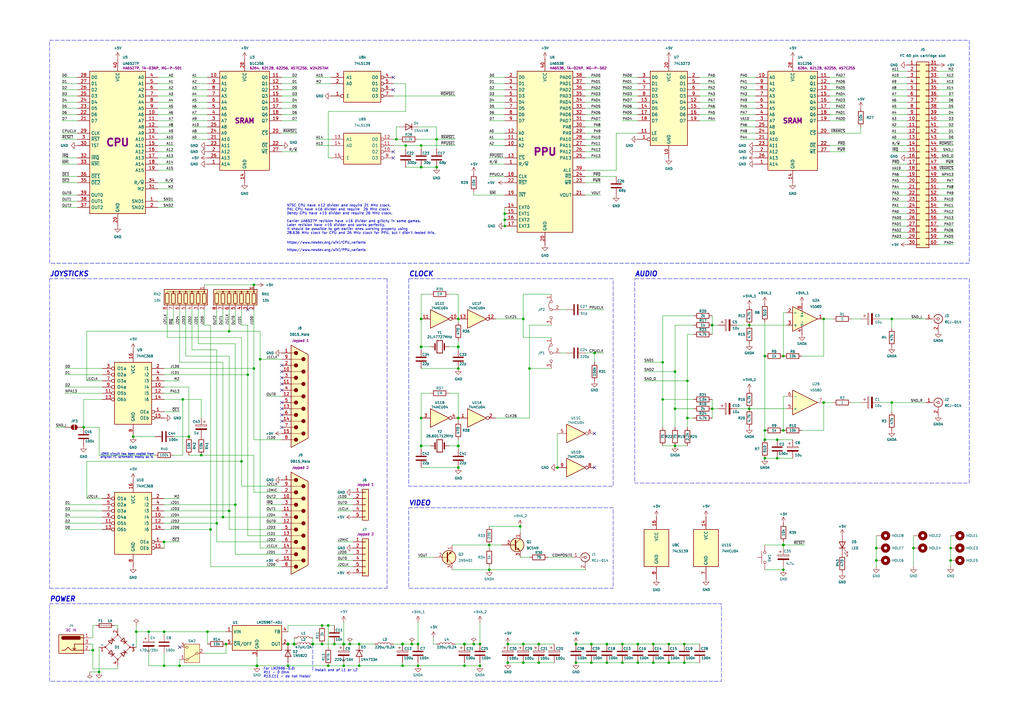
<source format=kicad_sch>
(kicad_sch (version 20231120) (generator "eeschema") (generator_version "8.0")
  (paper "A3")
  (title_block (title "Dendy") (date "2024-06-02") (rev "B") (company "Eugene Lozovoy") (comment 1 "Based on original Famicom and HardWareMan, megawalkman, HotPixel schematics") (comment 2 "Famicom/NES clone"))
  (junction (at 77.47 179.07))
  (junction (at 337.82 130.81))
  (junction (at 220.98 264.16))
  (junction (at 248.92 264.16))
  (junction (at 147.32 273.05))
  (junction (at 292.1 133.35))
  (junction (at 236.22 264.16))
  (junction (at 200.66 233.68))
  (junction (at 359.41 224.79))
  (junction (at 172.72 68.58))
  (junction (at 318.77 187.96))
  (junction (at 281.94 171.45))
  (junction (at 82.55 186.69))
  (junction (at 271.78 163.83))
  (junction (at 172.72 171.45))
  (junction (at 132.08 264.16))
  (junction (at 99.06 189.23))
  (junction (at 171.45 264.16))
  (junction (at 147.32 264.16))
  (junction (at 172.72 59.69))
  (junction (at 166.37 59.69))
  (junction (at 196.85 273.05))
  (junction (at 93.98 135.89))
  (junction (at 187.96 191.77))
  (junction (at 132.08 256.54))
  (junction (at 208.28 271.78))
  (junction (at 374.65 224.79))
  (junction (at 255.27 271.78))
  (junction (at 214.63 271.78))
  (junction (at 165.1 264.16) (diameter 1.016))
  (junction (at 242.57 271.78))
  (junction (at 243.84 144.78))
  (junction (at 105.41 273.05) (diameter 1.016))
  (junction (at 359.41 229.87))
  (junction (at 91.44 212.09))
  (junction (at 168.91 264.16))
  (junction (at 118.11 273.05))
  (junction (at 220.98 271.78))
  (junction (at 313.69 187.96))
  (junction (at 67.31 273.05))
  (junction (at 96.52 207.01))
  (junction (at 134.62 256.54))
  (junction (at 365.76 165.1))
  (junction (at 200.66 223.52))
  (junction (at 179.07 57.15))
  (junction (at 207.01 92.71))
  (junction (at 101.6 153.67))
  (junction (at 187.96 171.45))
  (junction (at 104.14 151.13))
  (junction (at 187.96 182.88) (diameter 1.016))
  (junction (at 162.56 57.15))
  (junction (at 67.31 222.25))
  (junction (at 337.82 165.1))
  (junction (at 137.16 264.16))
  (junction (at 248.92 271.78))
  (junction (at 143.51 264.16))
  (junction (at 213.36 215.9))
  (junction (at 190.5 273.05))
  (junction (at 120.65 264.16) (diameter 1.016))
  (junction (at 236.22 271.78))
  (junction (at 187.96 151.13))
  (junction (at 74.93 163.83))
  (junction (at 134.62 273.05))
  (junction (at 38.1 266.7))
  (junction (at 165.1 273.05))
  (junction (at 118.11 264.16) (diameter 1.016))
  (junction (at 171.45 273.05))
  (junction (at 321.31 223.52) (diameter 1.016))
  (junction (at 267.97 271.78))
  (junction (at 92.71 264.16))
  (junction (at 67.31 259.08))
  (junction (at 274.32 264.16))
  (junction (at 140.97 264.16) (diameter 1.016))
  (junction (at 271.78 148.59))
  (junction (at 172.72 130.81))
  (junction (at 55.88 259.08))
  (junction (at 34.29 175.26))
  (junction (at 40.64 275.59))
  (junction (at 242.57 264.16))
  (junction (at 196.85 264.16))
  (junction (at 321.31 233.68))
  (junction (at 85.09 259.08))
  (junction (at 255.27 264.16))
  (junction (at 140.97 273.05))
  (junction (at 318.77 180.34))
  (junction (at 267.97 264.16))
  (junction (at 104.14 116.84))
  (junction (at 172.72 182.88) (diameter 1.016))
  (junction (at 106.68 147.32))
  (junction (at 261.62 271.78))
  (junction (at 321.31 146.05))
  (junction (at 208.28 264.16))
  (junction (at 86.36 217.17))
  (junction (at 276.86 152.4))
  (junction (at 365.76 130.81))
  (junction (at 313.69 146.05))
  (junction (at 190.5 264.16) (diameter 1.016))
  (junction (at 307.34 167.64))
  (junction (at 313.69 176.53))
  (junction (at 128.27 264.16) (diameter 1.016))
  (junction (at 214.63 130.81))
  (junction (at 60.96 259.08))
  (junction (at 214.63 264.16))
  (junction (at 389.89 229.87))
  (junction (at 276.86 182.88))
  (junction (at 228.6 191.77))
  (junction (at 389.89 224.79))
  (junction (at 313.69 180.34))
  (junction (at 292.1 167.64))
  (junction (at 88.9 214.63))
  (junction (at 179.07 68.58))
  (junction (at 207.01 90.17))
  (junction (at 73.66 273.05))
  (junction (at 261.62 264.16))
  (junction (at 280.67 271.78))
  (junction (at 280.67 264.16))
  (junction (at 274.32 271.78))
  (junction (at 194.31 264.16))
  (junction (at 54.61 179.07))
  (junction (at 276.86 167.64))
  (junction (at 207.01 87.63))
  (junction (at 172.72 142.24) (diameter 1.016))
  (junction (at 93.98 209.55))
  (junction (at 281.94 156.21))
  (junction (at 307.34 133.35))
  (junction (at 187.96 142.24) (diameter 1.016))
  (junction (at 217.17 151.13))
  (junction (at 321.31 176.53))
  (junction (at 187.96 130.81))
  (no_connect (at 115.57 157.48))
  (no_connect (at 115.57 165.1))
  (no_connect (at 115.57 160.02))
  (no_connect (at 243.84 177.8))
  (no_connect (at 115.57 154.94))
  (no_connect (at 115.57 172.72))
  (no_connect (at 115.57 152.4))
  (no_connect (at 161.29 31.75))
  (no_connect (at 115.57 175.26))
  (no_connect (at 115.57 149.86))
  (no_connect (at 161.29 62.23))
  (no_connect (at 161.29 64.77))
  (no_connect (at 101.6 127))
  (no_connect (at 161.29 36.83))
  (no_connect (at 73.66 265.43))
  (no_connect (at 115.57 170.18))
  (no_connect (at 243.84 191.77))
  (no_connect (at 115.57 167.64))
  (wire (pts (xy 292.1 137.16) (xy 292.1 133.35)))
  (wire (pts (xy 261.62 49.53) (xy 255.27 49.53)))
  (wire (pts (xy 55.88 259.08) (xy 60.96 259.08)))
  (wire (pts (xy 261.62 36.83) (xy 255.27 36.83)))
  (wire (pts (xy 293.37 46.99) (xy 287.02 46.99)))
  (wire (pts (xy 271.78 163.83) (xy 271.78 175.26)))
  (wire (pts (xy 365.76 72.39) (xy 372.11 72.39)))
  (wire (pts (xy 121.92 54.61) (xy 115.57 54.61)))
  (wire (pts (xy 187.96 139.7) (xy 187.96 142.24)))
  (wire (pts (xy 73.66 270.51) (xy 73.66 273.05)))
  (wire (pts (xy 365.76 87.63) (xy 372.11 87.63)))
  (wire (pts (xy 104.14 186.69) (xy 104.14 201.93)))
  (wire (pts (xy 346.71 39.37) (xy 340.36 39.37)))
  (wire (pts (xy 71.12 54.61) (xy 64.77 54.61)))
  (wire (pts (xy 166.37 34.29) (xy 166.37 45.72)))
  (wire (pts (xy 138.43 207.01) (xy 144.78 207.01)))
  (wire (pts (xy 229.87 144.78) (xy 232.41 144.78)))
  (wire (pts (xy 276.86 167.64) (xy 276.86 175.26)))
  (wire (pts (xy 138.43 232.41) (xy 144.78 232.41)))
  (wire (pts (xy 200.66 46.99) (xy 207.01 46.99)))
  (wire (pts (xy 303.53 46.99) (xy 309.88 46.99)))
  (wire (pts (xy 115.57 147.32) (xy 106.68 147.32)))
  (wire (pts (xy 35.56 135.89) (xy 35.56 156.21)))
  (wire (pts (xy 73.66 127) (xy 73.66 148.59)))
  (wire (pts (xy 99.06 189.23) (xy 99.06 199.39)))
  (wire (pts (xy 172.72 171.45) (xy 172.72 182.88)))
  (wire (pts (xy 22.86 175.26) (xy 26.67 175.26)))
  (wire (pts (xy 129.54 57.15) (xy 135.89 57.15)))
  (wire (pts (xy 172.72 59.69) (xy 186.69 59.69)))
  (wire (pts (xy 71.12 64.77) (xy 64.77 64.77)))
  (wire (pts (xy 161.29 264.16) (xy 165.1 264.16)))
  (wire (pts (xy 105.41 269.24) (xy 105.41 273.05)))
  (wire (pts (xy 109.22 204.47) (xy 115.57 204.47)))
  (wire (pts (xy 38.1 261.62) (xy 36.83 261.62)))
  (wire (pts (xy 38.1 264.16) (xy 38.1 266.7)))
  (wire (pts (xy 92.71 264.16) (xy 92.71 267.97)))
  (wire (pts (xy 214.63 138.43) (xy 226.06 138.43)))
  (wire (pts (xy 217.17 151.13) (xy 226.06 151.13)))
  (wire (pts (xy 104.14 180.34) (xy 104.14 151.13)))
  (wire (pts (xy 25.4 82.55) (xy 31.75 82.55)))
  (wire (pts (xy 337.82 130.81) (xy 341.63 130.81)))
  (wire (pts (xy 246.38 62.23) (xy 240.03 62.23)))
  (wire (pts (xy 109.22 209.55) (xy 115.57 209.55)))
  (wire (pts (xy 303.53 36.83) (xy 309.88 36.83)))
  (wire (pts (xy 172.72 161.29) (xy 176.53 161.29)))
  (wire (pts (xy 365.76 62.23) (xy 372.11 62.23)))
  (wire (pts (xy 200.66 223.52) (xy 205.74 223.52)))
  (wire (pts (xy 35.56 204.47) (xy 41.91 204.47)))
  (wire (pts (xy 303.53 52.07) (xy 309.88 52.07)))
  (wire (pts (xy 293.37 31.75) (xy 287.02 31.75)))
  (wire (pts (xy 243.84 148.59) (xy 243.84 144.78)))
  (wire (pts (xy 337.82 130.81) (xy 337.82 146.05)))
  (wire (pts (xy 118.11 264.16) (xy 120.65 264.16)))
  (wire (pts (xy 384.81 100.33) (xy 391.16 100.33)))
  (wire (pts (xy 187.96 120.65) (xy 187.96 130.81)))
  (wire (pts (xy 243.84 144.78) (xy 240.03 144.78)))
  (wire (pts (xy 337.82 165.1) (xy 341.63 165.1)))
  (wire (pts (xy 293.37 41.91) (xy 287.02 41.91)))
  (wire (pts (xy 41.91 209.55) (xy 26.67 209.55)))
  (wire (pts (xy 25.4 34.29) (xy 31.75 34.29)))
  (wire (pts (xy 292.1 167.64) (xy 294.64 167.64)))
  (wire (pts (xy 60.96 259.08) (xy 60.96 260.35)))
  (wire (pts (xy 36.83 264.16) (xy 38.1 264.16)))
  (wire (pts (xy 194.31 80.01) (xy 194.31 78.74)))
  (wire (pts (xy 184.15 120.65) (xy 187.96 120.65)))
  (wire (pts (xy 179.07 57.15) (xy 179.07 60.96)))
  (wire (pts (xy 365.76 130.81) (xy 365.76 134.62)))
  (wire (pts (xy 346.71 31.75) (xy 340.36 31.75)))
  (wire (pts (xy 252.73 54.61) (xy 261.62 54.61)))
  (wire (pts (xy 41.91 212.09) (xy 26.67 212.09)))
  (wire (pts (xy 105.41 273.05) (xy 118.11 273.05)))
  (wire (pts (xy 161.29 34.29) (xy 166.37 34.29)))
  (wire (pts (xy 281.94 171.45) (xy 281.94 156.21)))
  (wire (pts (xy 179.07 57.15) (xy 186.69 57.15)))
  (wire (pts (xy 226.06 133.35) (xy 217.17 133.35)))
  (wire (pts (xy 46.99 256.54) (xy 48.26 256.54)))
  (wire (pts (xy 161.29 39.37) (xy 186.69 39.37)))
  (wire (pts (xy 242.57 271.78) (xy 248.92 271.78)))
  (wire (pts (xy 200.66 36.83) (xy 207.01 36.83)))
  (wire (pts (xy 109.22 214.63) (xy 115.57 214.63)))
  (wire (pts (xy 292.1 129.54) (xy 292.1 133.35)))
  (wire (pts (xy 365.76 46.99) (xy 372.11 46.99)))
  (wire (pts (xy 25.4 85.09) (xy 31.75 85.09)))
  (wire (pts (xy 321.31 222.25) (xy 321.31 223.52)))
  (wire (pts (xy 171.45 255.27) (xy 171.45 264.16)))
  (wire (pts (xy 365.76 130.81) (xy 379.73 130.81)))
  (wire (pts (xy 365.76 29.21) (xy 372.11 29.21)))
  (wire (pts (xy 246.38 49.53) (xy 240.03 49.53)))
  (wire (pts (xy 25.4 44.45) (xy 31.75 44.45)))
  (wire (pts (xy 190.5 273.05) (xy 190.5 271.78)))
  (wire (pts (xy 303.53 49.53) (xy 309.88 49.53)))
  (wire (pts (xy 236.22 271.78) (xy 242.57 271.78)))
  (wire (pts (xy 185.42 233.68) (xy 200.66 233.68)))
  (wire (pts (xy 115.57 199.39) (xy 99.06 199.39)))
  (wire (pts (xy 176.53 142.24) (xy 172.72 142.24)))
  (wire (pts (xy 67.31 158.75) (xy 77.47 158.75)))
  (wire (pts (xy 187.96 130.81) (xy 187.96 132.08)))
  (wire (pts (xy 292.1 163.83) (xy 292.1 167.64)))
  (polyline (pts (xy 20.32 241.3) (xy 158.75 241.3)) (stroke (width 0) (type dash)))
  (wire (pts (xy 391.16 82.55) (xy 384.81 82.55)))
  (polyline (pts (xy 20.32 114.3) (xy 20.32 241.3)) (stroke (width 0) (type dash)))
  (wire (pts (xy 261.62 46.99) (xy 255.27 46.99)))
  (wire (pts (xy 346.71 59.69) (xy 340.36 59.69)))
  (polyline (pts (xy 158.75 114.3) (xy 20.32 114.3)) (stroke (width 0) (type dash)))
  (wire (pts (xy 261.62 34.29) (xy 255.27 34.29)))
  (wire (pts (xy 293.37 34.29) (xy 287.02 34.29)))
  (wire (pts (xy 248.92 271.78) (xy 255.27 271.78)))
  (wire (pts (xy 384.81 69.85) (xy 391.16 69.85)))
  (wire (pts (xy 40.64 265.43) (xy 40.64 275.59)))
  (wire (pts (xy 91.44 133.35) (xy 91.44 127)))
  (wire (pts (xy 389.89 224.79) (xy 389.89 229.87)))
  (wire (pts (xy 40.64 175.26) (xy 40.64 186.69)))
  (wire (pts (xy 91.44 148.59) (xy 91.44 212.09)))
  (wire (pts (xy 246.38 59.69) (xy 240.03 59.69)))
  (wire (pts (xy 138.43 204.47) (xy 144.78 204.47)))
  (wire (pts (xy 118.11 273.05) (xy 134.62 273.05)))
  (wire (pts (xy 88.9 143.51) (xy 78.74 143.51)))
  (wire (pts (xy 71.12 77.47) (xy 64.77 77.47)))
  (wire (pts (xy 99.06 127) (xy 99.06 133.35)))
  (wire (pts (xy 365.76 34.29) (xy 372.11 34.29)))
  (wire (pts (xy 140.97 264.16) (xy 143.51 264.16)))
  (wire (pts (xy 271.78 148.59) (xy 271.78 163.83)))
  (wire (pts (xy 93.98 217.17) (xy 93.98 209.55)))
  (wire (pts (xy 391.16 34.29) (xy 384.81 34.29)))
  (wire (pts (xy 276.86 133.35) (xy 276.86 152.4)))
  (wire (pts (xy 109.22 207.01) (xy 115.57 207.01)))
  (wire (pts (xy 85.09 259.08) (xy 92.71 259.08)))
  (wire (pts (xy 346.71 41.91) (xy 340.36 41.91)))
  (wire (pts (xy 318.77 180.34) (xy 325.12 180.34)))
  (wire (pts (xy 68.58 138.43) (xy 99.06 138.43)))
  (wire (pts (xy 187.96 171.45) (xy 187.96 172.72)))
  (wire (pts (xy 349.25 165.1) (xy 353.06 165.1)))
  (wire (pts (xy 246.38 44.45) (xy 240.03 44.45)))
  (wire (pts (xy 384.81 97.79) (xy 391.16 97.79)))
  (wire (pts (xy 55.88 259.08) (xy 55.88 265.43)))
  (wire (pts (xy 365.76 165.1) (xy 379.73 165.1)))
  (wire (pts (xy 73.66 161.29) (xy 67.31 161.29)))
  (wire (pts (xy 140.97 273.05) (xy 147.32 273.05)))
  (wire (pts (xy 236.22 264.16) (xy 242.57 264.16)))
  (wire (pts (xy 115.57 227.33) (xy 96.52 227.33)))
  (wire (pts (xy 132.08 256.54) (xy 134.62 256.54)))
  (wire (pts (xy 321.31 224.79) (xy 321.31 223.52)))
  (wire (pts (xy 73.66 168.91) (xy 67.31 168.91)))
  (wire (pts (xy 365.76 44.45) (xy 372.11 44.45)))
  (wire (pts (xy 60.96 273.05) (xy 67.31 273.05)))
  (wire (pts (xy 71.12 133.35) (xy 71.12 127)))
  (wire (pts (xy 176.53 182.88) (xy 172.72 182.88)))
  (wire (pts (xy 384.81 92.71) (xy 391.16 92.71)))
  (wire (pts (xy 391.16 62.23) (xy 384.81 62.23)))
  (wire (pts (xy 78.74 46.99) (xy 85.09 46.99)))
  (wire (pts (xy 161.29 57.15) (xy 162.56 57.15)))
  (wire (pts (xy 34.29 163.83) (xy 34.29 175.26)))
  (wire (pts (xy 200.66 34.29) (xy 207.01 34.29)))
  (wire (pts (xy 365.76 52.07) (xy 372.11 52.07)))
  (wire (pts (xy 92.71 267.97) (xy 83.82 267.97)))
  (wire (pts (xy 337.82 176.53) (xy 328.93 176.53)))
  (wire (pts (xy 101.6 219.71) (xy 115.57 219.71)))
  (wire (pts (xy 391.16 59.69) (xy 384.81 59.69)))
  (wire (pts (xy 41.91 217.17) (xy 26.67 217.17)))
  (wire (pts (xy 104.14 127) (xy 104.14 151.13)))
  (wire (pts (xy 121.92 46.99) (xy 115.57 46.99)))
  (wire (pts (xy 104.14 116.84) (xy 105.41 116.84)))
  (wire (pts (xy 203.2 171.45) (xy 217.17 171.45)))
  (wire (pts (xy 313.69 132.08) (xy 313.69 146.05)))
  (wire (pts (xy 313.69 180.34) (xy 318.77 180.34)))
  (wire (pts (xy 120.65 261.62) (xy 120.65 264.16)))
  (wire (pts (xy 360.68 130.81) (xy 365.76 130.81)))
  (wire (pts (xy 200.66 49.53) (xy 207.01 49.53)))
  (wire (pts (xy 115.57 217.17) (xy 93.98 217.17)))
  (wire (pts (xy 246.38 54.61) (xy 240.03 54.61)))
  (wire (pts (xy 240.03 69.85) (xy 252.73 69.85)))
  (wire (pts (xy 184.15 182.88) (xy 187.96 182.88)))
  (wire (pts (xy 172.72 59.69) (xy 172.72 60.96)))
  (wire (pts (xy 71.12 49.53) (xy 64.77 49.53)))
  (wire (pts (xy 41.91 151.13) (xy 26.67 151.13)))
  (wire (pts (xy 365.76 36.83) (xy 372.11 36.83)))
  (wire (pts (xy 217.17 133.35) (xy 217.17 151.13)))
  (wire (pts (xy 313.69 233.68) (xy 321.31 233.68)))
  (wire (pts (xy 391.16 80.01) (xy 384.81 80.01)))
  (wire (pts (xy 255.27 264.16) (xy 261.62 264.16)))
  (wire (pts (xy 25.4 64.77) (xy 31.75 64.77)))
  (wire (pts (xy 207.01 67.31) (xy 200.66 67.31)))
  (wire (pts (xy 81.28 140.97) (xy 96.52 140.97)))
  (wire (pts (xy 25.4 67.31) (xy 31.75 67.31)))
  (wire (pts (xy 71.12 67.31) (xy 64.77 67.31)))
  (wire (pts (xy 307.34 133.35) (xy 322.58 133.35)))
  (wire (pts (xy 36.83 266.7) (xy 38.1 266.7)))
  (wire (pts (xy 67.31 212.09) (xy 91.44 212.09)))
  (wire (pts (xy 293.37 44.45) (xy 287.02 44.45)))
  (wire (pts (xy 213.36 228.6) (xy 217.17 228.6)))
  (wire (pts (xy 121.92 39.37) (xy 115.57 39.37)))
  (wire (pts (xy 271.78 129.54) (xy 271.78 148.59)))
  (wire (pts (xy 365.76 31.75) (xy 372.11 31.75)))
  (wire (pts (xy 35.56 189.23) (xy 99.06 189.23)))
  (wire (pts (xy 25.4 39.37) (xy 31.75 39.37)))
  (wire (pts (xy 93.98 127) (xy 93.98 135.89)))
  (wire (pts (xy 172.72 68.58) (xy 179.07 68.58)))
  (wire (pts (xy 168.91 264.16) (xy 171.45 264.16)))
  (wire (pts (xy 365.76 85.09) (xy 372.11 85.09)))
  (wire (pts (xy 121.92 34.29) (xy 115.57 34.29)))
  (wire (pts (xy 41.91 214.63) (xy 26.67 214.63)))
  (wire (pts (xy 240.03 72.39) (xy 252.73 72.39)))
  (wire (pts (xy 313.69 187.96) (xy 318.77 187.96)))
  (wire (pts (xy 64.77 85.09) (xy 71.12 85.09)))
  (wire (pts (xy 78.74 41.91) (xy 85.09 41.91)))
  (wire (pts (xy 307.34 167.64) (xy 322.58 167.64)))
  (wire (pts (xy 365.76 97.79) (xy 372.11 97.79)))
  (wire (pts (xy 340.36 54.61) (xy 353.06 54.61)))
  (wire (pts (xy 140.97 273.05) (xy 140.97 271.78)))
  (wire (pts (xy 67.31 267.97) (xy 67.31 273.05)))
  (wire (pts (xy 71.12 34.29) (xy 64.77 34.29)))
  (wire (pts (xy 365.76 82.55) (xy 372.11 82.55)))
  (wire (pts (xy 25.4 72.39) (xy 31.75 72.39)))
  (wire (pts (xy 359.41 224.79) (xy 359.41 229.87)))
  (wire (pts (xy 78.74 57.15) (xy 85.09 57.15)))
  (wire (pts (xy 184.15 142.24) (xy 187.96 142.24)))
  (wire (pts (xy 293.37 49.53) (xy 287.02 49.53)))
  (wire (pts (xy 391.16 90.17) (xy 384.81 90.17)))
  (wire (pts (xy 271.78 163.83) (xy 284.48 163.83)))
  (wire (pts (xy 71.12 62.23) (xy 64.77 62.23)))
  (wire (pts (xy 73.66 273.05) (xy 105.41 273.05)))
  (wire (pts (xy 281.94 171.45) (xy 284.48 171.45)))
  (wire (pts (xy 365.76 80.01) (xy 372.11 80.01)))
  (wire (pts (xy 365.76 165.1) (xy 365.76 168.91)))
  (wire (pts (xy 177.8 264.16) (xy 179.07 264.16)))
  (wire (pts (xy 172.72 142.24) (xy 172.72 143.51)))
  (wire (pts (xy 67.31 207.01) (xy 96.52 207.01)))
  (wire (pts (xy 228.6 177.8) (xy 228.6 191.77)))
  (wire (pts (xy 60.96 259.08) (xy 67.31 259.08)))
  (wire (pts (xy 88.9 214.63) (xy 88.9 222.25)))
  (wire (pts (xy 78.74 127) (xy 78.74 143.51)))
  (wire (pts (xy 302.26 167.64) (xy 307.34 167.64)))
  (wire (pts (xy 161.29 59.69) (xy 166.37 59.69)))
  (wire (pts (xy 200.66 44.45) (xy 207.01 44.45)))
  (wire (pts (xy 321.31 128.27) (xy 321.31 146.05)))
  (wire (pts (xy 261.62 39.37) (xy 255.27 39.37)))
  (wire (pts (xy 85.09 259.08) (xy 85.09 264.16)))
  (wire (pts (xy 165.1 273.05) (xy 165.1 271.78)))
  (wire (pts (xy 93.98 146.05) (xy 76.2 146.05)))
  (wire (pts (xy 91.44 148.59) (xy 73.66 148.59)))
  (wire (pts (xy 25.4 74.93) (xy 31.75 74.93)))
  (wire (pts (xy 41.91 163.83) (xy 34.29 163.83)))
  (wire (pts (xy 391.16 57.15) (xy 384.81 57.15)))
  (wire (pts (xy 247.65 144.78) (xy 243.84 144.78)))
  (wire (pts (xy 226.06 120.65) (xy 214.63 120.65)))
  (wire (pts (xy 172.72 151.13) (xy 187.96 151.13)))
  (wire (pts (xy 166.37 68.58) (xy 172.72 68.58)))
  (wire (pts (xy 88.9 143.51) (xy 88.9 214.63)))
  (wire (pts (xy 313.69 176.53) (xy 313.69 180.34)))
  (wire (pts (xy 346.71 49.53) (xy 340.36 49.53)))
  (wire (pts (xy 71.12 41.91) (xy 64.77 41.91)))
  (wire (pts (xy 271.78 182.88) (xy 276.86 182.88)))
  (wire (pts (xy 217.17 151.13) (xy 217.17 171.45)))
  (wire (pts (xy 280.67 271.78) (xy 287.02 271.78)))
  (wire (pts (xy 391.16 49.53) (xy 384.81 49.53)))
  (wire (pts (xy 86.36 217.17) (xy 86.36 232.41)))
  (wire (pts (xy 166.37 45.72) (xy 134.62 45.72)))
  (wire (pts (xy 391.16 46.99) (xy 384.81 46.99)))
  (wire (pts (xy 330.2 223.52) (xy 321.31 223.52)))
  (wire (pts (xy 391.16 52.07) (xy 384.81 52.07)))
  (wire (pts (xy 391.16 67.31) (xy 384.81 67.31)))
  (wire (pts (xy 365.76 95.25) (xy 372.11 95.25)))
  (wire (pts (xy 71.12 44.45) (xy 64.77 44.45)))
  (wire (pts (xy 242.57 264.16) (xy 248.92 264.16)))
  (wire (pts (xy 172.72 130.81) (xy 172.72 142.24)))
  (wire (pts (xy 147.32 264.16) (xy 153.67 264.16)))
  (wire (pts (xy 35.56 156.21) (xy 41.91 156.21)))
  (wire (pts (xy 55.88 256.54) (xy 55.88 259.08)))
  (wire (pts (xy 115.57 62.23) (xy 121.92 62.23)))
  (wire (pts (xy 41.91 161.29) (xy 26.67 161.29)))
  (wire (pts (xy 71.12 52.07) (xy 64.77 52.07)))
  (wire (pts (xy 391.16 29.21) (xy 384.81 29.21)))
  (wire (pts (xy 67.31 259.08) (xy 85.09 259.08)))
  (wire (pts (xy 71.12 69.85) (xy 64.77 69.85)))
  (wire (pts (xy 353.06 52.07) (xy 353.06 54.61)))
  (wire (pts (xy 214.63 271.78) (xy 220.98 271.78)))
  (wire (pts (xy 261.62 264.16) (xy 267.97 264.16)))
  (wire (pts (xy 261.62 44.45) (xy 255.27 44.45)))
  (wire (pts (xy 214.63 120.65) (xy 214.63 130.81)))
  (wire (pts (xy 93.98 146.05) (xy 93.98 209.55)))
  (wire (pts (xy 321.31 162.56) (xy 321.31 176.53)))
  (wire (pts (xy 313.69 146.05) (xy 313.69 176.53)))
  (wire (pts (xy 83.82 127) (xy 83.82 133.35)))
  (wire (pts (xy 78.74 54.61) (xy 85.09 54.61)))
  (wire (pts (xy 293.37 39.37) (xy 287.02 39.37)))
  (wire (pts (xy 71.12 59.69) (xy 64.77 59.69)))
  (wire (pts (xy 384.81 95.25) (xy 391.16 95.25)))
  (wire (pts (xy 246.38 41.91) (xy 240.03 41.91)))
  (wire (pts (xy 41.91 207.01) (xy 26.67 207.01)))
  (wire (pts (xy 374.65 224.79) (xy 374.65 232.41)))
  (wire (pts (xy 200.66 54.61) (xy 207.01 54.61)))
  (wire (pts (xy 200.66 224.79) (xy 200.66 223.52)))
  (wire (pts (xy 365.76 41.91) (xy 372.11 41.91)))
  (wire (pts (xy 200.66 64.77) (xy 207.01 64.77)))
  (wire (pts (xy 134.62 273.05) (xy 140.97 273.05)))
  (wire (pts (xy 41.91 153.67) (xy 26.67 153.67)))
  (wire (pts (xy 207.01 90.17) (xy 207.01 92.71)))
  (wire (pts (xy 121.92 36.83) (xy 115.57 36.83)))
  (wire (pts (xy 337.82 165.1) (xy 337.82 176.53)))
  (wire (pts (xy 322.58 162.56) (xy 321.31 162.56)))
  (wire (pts (xy 83.82 133.35) (xy 86.36 133.35)))
  (wire (pts (xy 93.98 135.89) (xy 106.68 135.89)))
  (wire (pts (xy 200.66 39.37) (xy 207.01 39.37)))
  (wire (pts (xy 246.38 36.83) (xy 240.03 36.83)))
  (wire (pts (xy 134.62 256.54) (xy 134.62 265.43)))
  (wire (pts (xy 81.28 127) (xy 81.28 140.97)))
  (wire (pts (xy 88.9 133.35) (xy 88.9 127)))
  (wire (pts (xy 67.31 222.25) (xy 67.31 224.79)))
  (wire (pts (xy 292.1 133.35) (xy 294.64 133.35)))
  (wire (pts (xy 25.4 80.01) (xy 31.75 80.01)))
  (wire (pts (xy 78.74 34.29) (xy 85.09 34.29)))
  (wire (pts (xy 220.98 271.78) (xy 227.33 271.78)))
  (wire (pts (xy 82.55 171.45) (xy 82.55 163.83)))
  (wire (pts (xy 78.74 39.37) (xy 85.09 39.37)))
  (wire (pts (xy 67.31 214.63) (xy 88.9 214.63)))
  (wire (pts (xy 128.27 261.62) (xy 128.27 264.16)))
  (wire (pts (xy 391.16 77.47) (xy 384.81 77.47)))
  (wire (pts (xy 246.38 31.75) (xy 240.03 31.75)))
  (wire (pts (xy 73.66 222.25) (xy 67.31 222.25)))
  (wire (pts (xy 138.43 209.55) (xy 144.78 209.55)))
  (wire (pts (xy 106.68 147.32) (xy 106.68 224.79)))
  (wire (pts (xy 318.77 187.96) (xy 325.12 187.96)))
  (wire (pts (xy 200.66 57.15) (xy 207.01 57.15)))
  (wire (pts (xy 194.31 80.01) (xy 207.01 80.01)))
  (wire (pts (xy 346.71 62.23) (xy 340.36 62.23)))
  (wire (pts (xy 86.36 133.35) (xy 86.36 217.17)))
  (wire (pts (xy 171.45 273.05) (xy 190.5 273.05)))
  (wire (pts (xy 118.11 256.54) (xy 132.08 256.54)))
  (wire (pts (xy 48.26 273.05) (xy 48.26 274.32)))
  (wire (pts (xy 200.66 41.91) (xy 207.01 41.91)))
  (wire (pts (xy 138.43 229.87) (xy 144.78 229.87)))
  (wire (pts (xy 248.92 264.16) (xy 255.27 264.16)))
  (wire (pts (xy 276.86 167.64) (xy 276.86 152.4)))
  (wire (pts (xy 25.4 41.91) (xy 31.75 41.91)))
  (wire (pts (xy 246.38 80.01) (xy 240.03 80.01)))
  (wire (pts (xy 346.71 36.83) (xy 340.36 36.83)))
  (wire (pts (xy 147.32 273.05) (xy 147.32 271.78)))
  (wire (pts (xy 162.56 57.15) (xy 163.83 57.15)))
  (wire (pts (xy 67.31 217.17) (xy 86.36 217.17)))
  (wire (pts (xy 274.32 264.16) (xy 280.67 264.16)))
  (wire (pts (xy 365.76 77.47) (xy 372.11 77.47)))
  (wire (pts (xy 166.37 59.69) (xy 172.72 59.69)))
  (wire (pts (xy 25.4 54.61) (xy 31.75 54.61)))
  (wire (pts (xy 121.92 41.91) (xy 115.57 41.91)))
  (wire (pts (xy 246.38 74.93) (xy 240.03 74.93)))
  (wire (pts (xy 391.16 41.91) (xy 384.81 41.91)))
  (wire (pts (xy 200.66 215.9) (xy 213.36 215.9)))
  (wire (pts (xy 115.57 232.41) (xy 86.36 232.41)))
  (wire (pts (xy 359.41 219.71) (xy 359.41 224.79)))
  (wire (pts (xy 71.12 179.07) (xy 77.47 179.07)))
  (wire (pts (xy 25.4 46.99) (xy 31.75 46.99)))
  (wire (pts (xy 346.71 46.99) (xy 340.36 46.99)))
  (wire (pts (xy 234.95 228.6) (xy 224.79 228.6)))
  (wire (pts (xy 214.63 130.81) (xy 214.63 138.43)))
  (wire (pts (xy 35.56 135.89) (xy 93.98 135.89)))
  (wire (pts (xy 36.83 275.59) (xy 40.64 275.59)))
  (wire (pts (xy 261.62 31.75) (xy 255.27 31.75)))
  (wire (pts (xy 140.97 255.27) (xy 140.97 264.16)))
  (wire (pts (xy 303.53 57.15) (xy 309.88 57.15)))
  (wire (pts (xy 365.76 67.31) (xy 372.11 67.31)))
  (wire (pts (xy 264.16 156.21) (xy 281.94 156.21)))
  (wire (pts (xy 365.76 90.17) (xy 372.11 90.17)))
  (wire (pts (xy 78.74 49.53) (xy 85.09 49.53)))
  (wire (pts (xy 313.69 223.52) (xy 321.31 223.52)))
  (wire (pts (xy 267.97 264.16) (xy 274.32 264.16)))
  (wire (pts (xy 171.45 57.15) (xy 179.07 57.15)))
  (wire (pts (xy 38.1 274.32) (xy 48.26 274.32)))
  (wire (pts (xy 284.48 137.16) (xy 281.94 137.16)))
  (wire (pts (xy 143.51 264.16) (xy 147.32 264.16)))
  (wire (pts (xy 121.92 44.45) (xy 115.57 44.45)))
  (wire (pts (xy 365.76 92.71) (xy 372.11 92.71)))
  (wire (pts (xy 365.76 54.61) (xy 372.11 54.61)))
  (wire (pts (xy 25.4 31.75) (xy 31.75 31.75)))
  (wire (pts (xy 99.06 133.35) (xy 101.6 133.35)))
  (wire (pts (xy 200.66 233.68) (xy 240.03 233.68)))
  (wire (pts (xy 166.37 59.69) (xy 166.37 60.96)))
  (wire (pts (xy 200.66 232.41) (xy 200.66 233.68)))
  (wire (pts (xy 391.16 64.77) (xy 384.81 64.77)))
  (wire (pts (xy 246.38 39.37) (xy 240.03 39.37)))
  (wire (pts (xy 246.38 64.77) (xy 240.03 64.77)))
  (wire (pts (xy 171.45 273.05) (xy 171.45 271.78)))
  (wire (pts (xy 71.12 36.83) (xy 64.77 36.83)))
  (wire (pts (xy 138.43 227.33) (xy 144.78 227.33)))
  (wire (pts (xy 303.53 41.91) (xy 309.88 41.91)))
  (wire (pts (xy 132.08 264.16) (xy 137.16 264.16)))
  (wire (pts (xy 303.53 44.45) (xy 309.88 44.45)))
  (wire (pts (xy 246.38 46.99) (xy 240.03 46.99)))
  (wire (pts (xy 391.16 39.37) (xy 384.81 39.37)))
  (wire (pts (xy 172.72 120.65) (xy 176.53 120.65)))
  (wire (pts (xy 162.56 57.15) (xy 162.56 52.07)))
  (wire (pts (xy 246.38 34.29) (xy 240.03 34.29)))
  (wire (pts (xy 267.97 271.78) (xy 274.32 271.78)))
  (wire (pts (xy 346.71 34.29) (xy 340.36 34.29)))
  (wire (pts (xy 129.54 34.29) (xy 135.89 34.29)))
  (wire (pts (xy 346.71 44.45) (xy 340.36 44.45)))
  (wire (pts (xy 374.65 224.79) (xy 374.65 219.71)))
  (wire (pts (xy 303.53 54.61) (xy 309.88 54.61)))
  (wire (pts (xy 187.96 182.88) (xy 187.96 184.15)))
  (wire (pts (xy 35.56 189.23) (xy 35.56 204.47)))
  (wire (pts (xy 391.16 54.61) (xy 384.81 54.61)))
  (wire (pts (xy 303.53 34.29) (xy 309.88 34.29)))
  (wire (pts (xy 134.62 256.54) (xy 137.16 256.54)))
  (wire (pts (xy 129.54 31.75) (xy 135.89 31.75)))
  (wire (pts (xy 68.58 127) (xy 68.58 138.43)))
  (wire (pts (xy 60.96 267.97) (xy 60.96 273.05)))
  (wire (pts (xy 194.31 264.16) (xy 196.85 264.16)))
  (wire (pts (xy 74.93 163.83) (xy 74.93 186.69)))
  (wire (pts (xy 38.1 256.54) (xy 39.37 256.54)))
  (wire (pts (xy 128.27 264.16) (xy 132.08 264.16)))
  (wire (pts (xy 184.15 161.29) (xy 187.96 161.29)))
  (wire (pts (xy 67.31 153.67) (xy 101.6 153.67)))
  (wire (pts (xy 389.89 229.87) (xy 389.89 232.41)))
  (wire (pts (xy 365.76 49.53) (xy 372.11 49.53)))
  (wire (pts (xy 207.01 85.09) (xy 207.01 87.63)))
  (wire (pts (xy 31.75 57.15) (xy 25.4 57.15)))
  (wire (pts (xy 137.16 264.16) (xy 140.97 264.16)))
  (wire (pts (xy 208.28 271.78) (xy 214.63 271.78)))
  (wire (pts (xy 391.16 44.45) (xy 384.81 44.45)))
  (wire (pts (xy 302.26 133.35) (xy 307.34 133.35)))
  (wire (pts (xy 276.86 167.64) (xy 284.48 167.64)))
  (wire (pts (xy 96.52 227.33) (xy 96.52 207.01)))
  (wire (pts (xy 63.5 186.69) (xy 40.64 186.69)))
  (wire (pts (xy 78.74 31.75) (xy 85.09 31.75)))
  (wire (pts (xy 67.31 260.35) (xy 67.31 259.08)))
  (wire (pts (xy 274.32 271.78) (xy 280.67 271.78)))
  (wire (pts (xy 172.72 161.29) (xy 172.72 171.45)))
  (wire (pts (xy 67.31 273.05) (xy 73.66 273.05)))
  (wire (pts (xy 73.66 156.21) (xy 67.31 156.21)))
  (wire (pts (xy 147.32 273.05) (xy 165.1 273.05)))
  (wire (pts (xy 391.16 74.93) (xy 384.81 74.93)))
  (wire (pts (xy 38.1 266.7) (xy 38.1 274.32)))
  (wire (pts (xy 118.11 273.05) (xy 118.11 271.78)))
  (wire (pts (xy 200.66 31.75) (xy 207.01 31.75)))
  (wire (pts (xy 391.16 36.83) (xy 384.81 36.83)))
  (wire (pts (xy 213.36 215.9) (xy 213.36 218.44)))
  (wire (pts (xy 40.64 175.26) (xy 34.29 175.26)))
  (wire (pts (xy 138.43 222.25) (xy 144.78 222.25)))
  (wire (pts (xy 96.52 133.35) (xy 96.52 127)))
  (wire (pts (xy 106.68 224.79) (xy 115.57 224.79)))
  (wire (pts (xy 203.2 130.81) (xy 214.63 130.81)))
  (wire (pts (xy 190.5 273.05) (xy 196.85 273.05)))
  (wire (pts (xy 187.96 180.34) (xy 187.96 182.88)))
  (wire (pts (xy 264.16 148.59) (xy 271.78 148.59)))
  (wire (pts (xy 179.07 57.15) (xy 179.07 52.07)))
  (wire (pts (xy 365.76 57.15) (xy 372.11 57.15)))
  (wire (pts (xy 208.28 264.16) (xy 214.63 264.16)))
  (wire (pts (xy 391.16 72.39) (xy 384.81 72.39)))
  (wire (pts (xy 54.61 179.07) (xy 63.5 179.07)))
  (wire (pts (xy 214.63 264.16) (xy 220.98 264.16)))
  (wire (pts (xy 220.98 264.16) (xy 227.33 264.16)))
  (wire (pts (xy 365.76 69.85) (xy 372.11 69.85)))
  (wire (pts (xy 322.58 128.27) (xy 321.31 128.27)))
  (wire (pts (xy 360.68 165.1) (xy 365.76 165.1)))
  (wire (pts (xy 349.25 130.81) (xy 353.06 130.81)))
  (wire (pts (xy 71.12 39.37) (xy 64.77 39.37)))
  (wire (pts (xy 115.57 212.09) (xy 91.44 212.09)))
  (wire (pts (xy 77.47 158.75) (xy 77.47 179.07)))
  (wire (pts (xy 104.14 201.93) (xy 115.57 201.93)))
  (wire (pts (xy 83.82 116.84) (xy 104.14 116.84)))
  (wire (pts (xy 64.77 82.55) (xy 71.12 82.55)))
  (wire (pts (xy 337.82 146.05) (xy 328.93 146.05)))
  (wire (pts (xy 391.16 85.09) (xy 384.81 85.09)))
  (wire (pts (xy 185.42 223.52) (xy 200.66 223.52)))
  (polyline (pts (xy 158.75 114.3) (xy 158.75 241.3)) (stroke (width 0) (type dash)))
  (wire (pts (xy 276.86 182.88) (xy 281.94 182.88)))
  (wire (pts (xy 171.45 228.6) (xy 177.8 228.6)))
  (wire (pts (xy 196.85 255.27) (xy 196.85 264.16)))
  (wire (pts (xy 246.38 52.07) (xy 240.03 52.07)))
  (wire (pts (xy 177.8 261.62) (xy 177.8 264.16)))
  (wire (pts (xy 162.56 52.07) (xy 163.83 52.07)))
  (wire (pts (xy 115.57 180.34) (xy 104.14 180.34)))
  (wire (pts (xy 67.31 151.13) (xy 104.14 151.13)))
  (wire (pts (xy 187.96 142.24) (xy 187.96 143.51)))
  (wire (pts (xy 292.1 171.45) (xy 292.1 167.64)))
  (wire (pts (xy 71.12 31.75) (xy 64.77 31.75)))
  (wire (pts (xy 74.93 163.83) (xy 82.55 163.83)))
  (wire (pts (xy 109.22 162.56) (xy 115.57 162.56)))
  (wire (pts (xy 71.12 186.69) (xy 74.93 186.69)))
  (wire (pts (xy 172.72 191.77) (xy 187.96 191.77)))
  (wire (pts (xy 78.74 44.45) (xy 85.09 44.45)))
  (wire (pts (xy 134.62 45.72) (xy 134.62 64.77)))
  (wire (pts (xy 293.37 36.83) (xy 287.02 36.83)))
  (wire (pts (xy 321.31 233.68) (xy 321.31 232.41)))
  (wire (pts (xy 82.55 186.69) (xy 104.14 186.69)))
  (wire (pts (xy 78.74 36.83) (xy 85.09 36.83)))
  (wire (pts (xy 129.54 59.69) (xy 135.89 59.69)))
  (wire (pts (xy 252.73 69.85) (xy 252.73 54.61)))
  (wire (pts (xy 78.74 52.07) (xy 85.09 52.07)))
  (wire (pts (xy 165.1 264.16) (xy 168.91 264.16)))
  (wire (pts (xy 246.38 57.15) (xy 240.03 57.15)))
  (wire (pts (xy 96.52 140.97) (xy 96.52 207.01)))
  (wire (pts (xy 41.91 158.75) (xy 26.67 158.75)))
  (wire (pts (xy 25.4 49.53) (xy 31.75 49.53)))
  (wire (pts (xy 67.31 209.55) (xy 93.98 209.55)))
  (wire (pts (xy 171.45 52.07) (xy 179.07 52.07)))
  (wire (pts (xy 281.94 171.45) (xy 281.94 175.26)))
  (wire (pts (xy 200.66 59.69) (xy 207.01 59.69)))
  (wire (pts (xy 186.69 264.16) (xy 190.5 264.16)))
  (wire (pts (xy 365.76 39.37) (xy 372.11 39.37)))
  (wire (pts (xy 71.12 74.93) (xy 64.77 74.93)))
  (wire (pts (xy 67.31 163.83) (xy 74.93 163.83)))
  (wire (pts (xy 187.96 161.29) (xy 187.96 171.45)))
  (wire (pts (xy 261.62 41.91) (xy 255.27 41.91)))
  (wire (pts (xy 359.41 229.87) (xy 359.41 232.41)))
  (wire (pts (xy 389.89 219.71) (xy 389.89 224.79)))
  (wire (pts (xy 101.6 219.71) (xy 101.6 153.67)))
  (wire (pts (xy 121.92 49.53) (xy 115.57 49.53)))
  (wire (pts (xy 101.6 133.35) (xy 101.6 153.67)))
  (wire (pts (xy 240.03 127) (xy 247.65 127)))
  (wire (pts (xy 391.16 31.75) (xy 384.81 31.75)))
  (wire (pts (xy 261.62 271.78) (xy 267.97 271.78)))
  (wire (pts (xy 71.12 46.99) (xy 64.77 46.99)))
  (wire (pts (xy 99.06 138.43) (xy 99.06 189.23)))
  (wire (pts (xy 76.2 127) (xy 76.2 146.05)))
  (wire (pts (xy 196.85 273.05) (xy 196.85 271.78)))
  (wire (pts (xy 207.01 87.63) (xy 207.01 90.17)))
  (wire (pts (xy 172.72 120.65) (xy 172.72 130.81)))
  (wire (pts (xy 48.26 256.54) (xy 48.26 257.81)))
  (wire (pts (xy 255.27 271.78) (xy 261.62 271.78)))
  (wire (pts (xy 284.48 129.54) (xy 271.78 129.54)))
  (wire (pts (xy 281.94 137.16) (xy 281.94 156.21)))
  (wire (pts (xy 88.9 222.25) (xy 115.57 222.25)))
  (wire (pts (xy 280.67 264.16) (xy 287.02 264.16)))
  (wire (pts (xy 391.16 87.63) (xy 384.81 87.63)))
  (wire (pts (xy 118.11 259.08) (xy 118.11 256.54)))
  (wire (pts (xy 264.16 152.4) (xy 276.86 152.4)))
  (wire (pts (xy 73.66 204.47) (xy 67.31 204.47)))
  (wire (pts (xy 134.62 64.77) (xy 135.89 64.77)))
  (wire (pts (xy 38.1 256.54) (xy 38.1 261.62)))
  (wire (pts (xy 303.53 39.37) (xy 309.88 39.37)))
  (wire (pts (xy 106.68 147.32) (xy 106.68 135.89)))
  (polyline (pts (xy 128.27 264.16) (xy 128.27 275.59)) (stroke (width 0) (type dash)))
  (wire (pts (xy 25.4 36.83) (xy 31.75 36.83)))
  (wire (pts (xy 303.53 31.75) (xy 309.88 31.75)))
  (wire (pts (xy 172.72 182.88) (xy 172.72 184.15)))
  (wire (pts (xy 276.86 133.35) (xy 284.48 133.35)))
  (wire (pts (xy 190.5 264.16) (xy 194.31 264.16)))
  (wire (pts (xy 121.92 31.75) (xy 115.57 31.75)))
  (wire (pts (xy 77.47 186.69) (xy 82.55 186.69)))
  (wire (pts (xy 71.12 57.15) (xy 64.77 57.15)))
  (wire (pts (xy 200.66 72.39) (xy 207.01 72.39)))
  (wire (pts (xy 365.76 59.69) (xy 372.11 59.69)))
  (wire (pts (xy 229.87 127) (xy 232.41 127)))
  (wire (pts (xy 365.76 74.93) (xy 372.11 74.93)))
  (wire (pts (xy 165.1 273.05) (xy 171.45 273.05)))
  (rectangle (start 20.32 247.65) (end 295.91 279.4) (stroke (width 0) (type dash)))
  (rectangle (start 20.32 16.51) (end 397.51 107.95) (stroke (width 0) (type dash)))
  (rectangle (start 167.64 114.3) (end 251.46 199.39) (stroke (width 0) (type dash)))
  (rectangle (start 260.35 114.3) (end 397.51 198.12) (stroke (width 0) (type dash)))
  (rectangle (start 167.64 208.28) (end 251.46 241.3) (stroke (width 0) (type dash)))
  (text "https://www.nesdev.org/wiki/CPU_variants" (at 117.602 99.06 0) (effects (font (size 0.9906 0.9906)) (justify left top)))
  (text "CLOCK" (at 167.64 113.665 0) (effects (font (size 2 2) (thickness 0.4) (bold yes) (italic yes)) (justify left bottom)))
  (text "install one of L1 or L2" (at 128.905 275.59 0) (effects (font (size 0.9906 0.9906) (italic yes)) (justify left bottom)))
  (text "J2MIC circuit has been copied from\noriginal FC schematic mostly as is" (at 41.148 186.944 0) (effects (font (size 0.8 0.8)) (justify left)))
  (text "NTSC CPU have ÷12 divider and require 21 MHz clock.\nPAL CPU have ÷16 divider and require  26 MHz clock.\nDendy CPU have ÷15 divider and require 26 MHz clock.\n\nEarlier UA6527P revision have ÷16 divider and glitchy in some games.\nLater revision have ÷15 divider and works perfectly.\nIt should be possible to get earlier ones working properly using\n28.636 MHz clock for CPU and 26 MHz clock for PPU, but I didn't tested this." (at 117.602 83.82 0) (effects (font (size 1 1)) (justify left top)))
  (text "VIDEO" (at 167.64 207.645 0) (effects (font (size 2 2) (thickness 0.4) (bold yes) (italic yes)) (justify left bottom)))
  (text "POWER" (at 20.32 247.015 0) (effects (font (size 2 2) (thickness 0.4) (bold yes) (italic yes)) (justify left bottom)))
  (text "For LM2596-5.0:\nR11 - 0 Ohm\nR13,C11 - do not install\n" (at 107.95 278.13 0) (effects (font (size 0.9906 0.9906) (italic yes)) (justify left bottom)))
  (text "AUDIO" (at 260.35 113.665 0) (effects (font (size 2 2) (thickness 0.4) (bold yes) (italic yes)) (justify left bottom)))
  (text "JOYSTICKS" (at 20.32 113.665 0) (effects (font (size 2 2) (thickness 0.4) (bold yes) (italic yes)) (justify left bottom)))
  (text "https://www.nesdev.org/wiki/PPU_variants" (at 117.602 102.108 0) (effects (font (size 0.9906 0.9906)) (justify left top)))
  (label "A13" (at 391.16 34.29 180) (effects (font (size 1 1))))
  (label "PA2" (at 365.76 82.55 0) (effects (font (size 1 1))))
  (label "OUT0" (at 96.52 133.35 90) (effects (font (size 1 1))))
  (label "CPUCLK" (at 25.4 54.61 0) (effects (font (size 1 1))))
  (label "A1" (at 71.12 34.29 180) (effects (font (size 1 1))))
  (label "A11" (at 365.76 29.21 0) (effects (font (size 1 1))))
  (label "~{NMI}" (at 25.4 67.31 0) (effects (font (size 1 1))))
  (label "A13" (at 129.54 59.69 0) (effects (font (size 1 1))))
  (label "PA10" (at 246.38 57.15 180) (effects (font (size 1 1))))
  (label "PAD5" (at 391.16 97.79 180) (effects (font (size 1 1))))
  (label "D0" (at 25.4 31.75 0) (effects (font (size 1 1))))
  (label "~{OE1}" (at 73.66 168.91 180) (effects (font (size 1 1))))
  (label "A7" (at 78.74 46.99 0) (effects (font (size 1 1))))
  (label "PA9" (at 391.16 80.01 180) (effects (font (size 1 1))))
  (label "~{PWR}" (at 391.16 67.31 180) (effects (font (size 1 1))))
  (label "PA11" (at 391.16 85.09 180) (effects (font (size 1 1))))
  (label "PA0" (at 293.37 31.75 180) (effects (font (size 1 1))))
  (label "R{slash}~{W}" (at 365.76 59.69 0) (effects (font (size 1 1))))
  (label "D7" (at 121.92 49.53 180) (effects (font (size 1 1))))
  (label "SND_L" (at 378.46 130.81 180) (effects (font (size 1 1))))
  (label "A6" (at 78.74 44.45 0) (effects (font (size 1 1))))
  (label "J1D1" (at 73.66 153.67 180) (effects (font (size 0.9906 0.9906))))
  (label "PA1" (at 365.76 85.09 0) (effects (font (size 1 1))))
  (label "A5" (at 78.74 41.91 0) (effects (font (size 1 1))))
  (label "PAD3" (at 365.76 97.79 0) (effects (font (size 1 1))))
  (label "~{OE2}" (at 25.4 74.93 0) (effects (font (size 1 1))))
  (label "~{PWR}" (at 346.71 62.23 180) (effects (font (size 1 1))))
  (label "D0" (at 121.92 36.83 180) (effects (font (size 1 1))))
  (label "CPUCLK" (at 247.65 144.78 180) (effects (font (size 1 1))))
  (label "CLK21" (at 212.09 130.81 180) (effects (font (size 1 1))))
  (label "A9" (at 71.12 54.61 180) (effects (font (size 1 1))))
  (label "PAD6" (at 246.38 46.99 180) (effects (font (size 1 1))))
  (label "D4" (at 25.4 41.91 0) (effects (font (size 1 1))))
  (label "J2D2" (at 73.66 214.63 180) (effects (font (size 0.9906 0.9906))))
  (label "PA0" (at 365.76 87.63 0) (effects (font (size 1 1))))
  (label "PAD1" (at 255.27 34.29 0) (effects (font (size 1 1))))
  (label "PAD6" (at 346.71 34.29 180) (effects (font (size 1 1))))
  (label "A9" (at 78.74 49.53 0) (effects (font (size 1 1))))
  (label "M2" (at 129.54 34.29 0) (effects (font (size 1 1))))
  (label "A4" (at 71.12 41.91 180) (effects (font (size 1 1))))
  (label "OUT1" (at 25.4 82.55 0) (effects (font (size 1 1))))
  (label "J1D1" (at 109.22 219.71 0) (effects (font (size 0.9906 0.9906))))
  (label "PAD2" (at 365.76 95.25 0) (effects (font (size 1 1))))
  (label "D5" (at 25.4 44.45 0) (effects (font (size 1 1))))
  (label "D3" (at 200.66 39.37 0) (effects (font (size 1 1))))
  (label "PA6" (at 365.76 72.39 0) (effects (font (size 1 1))))
  (label "SND2" (at 71.12 85.09 180) (effects (font (size 1 1))))
  (label "SND1" (at 264.16 148.59 0) (effects (font (size 1 1))))
  (label "A6" (at 365.76 41.91 0) (effects (font (size 1 1))))
  (label "PAD2" (at 246.38 36.83 180) (effects (font (size 1 1))))
  (label "OUT0" (at 109.22 214.63 0) (effects (font (size 1 1))))
  (label "PAD0" (at 365.76 90.17 0) (effects (font (size 1 1))))
  (label "PA1" (at 303.53 34.29 0) (effects (font (size 1 1))))
  (label "~{RAMSEL}" (at 121.92 54.61 180) (effects (font (size 1 1))))
  (label "D7" (at 391.16 39.37 180) (effects (font (size 1 1))))
  (label "PA7" (at 391.16 74.93 180) (effects (font (size 1 1))))
  (label "PAD3" (at 246.38 39.37 180) (effects (font (size 1 1))))
  (label "PA4" (at 303.53 57.15 0) (effects (font (size 1 1))))
  (label "~{VRAMCS}" (at 391.16 69.85 180) (effects (font (size 1 1))))
  (label "D0" (at 200.66 31.75 0) (effects (font (size 1 1))))
  (label "PAD5" (at 246.38 44.45 180) (effects (font (size 1 1))))
  (label "PAD3" (at 255.27 39.37 0) (effects (font (size 1 1))))
  (label "PAD7" (at 391.16 92.71 180) (effects (font (size 1 1))))
  (label "PA8" (at 246.38 52.07 180) (effects (font (size 1 1))))
  (label "~{IRQ}" (at 71.12 133.35 90) (effects (font (size 1 1))))
  (label "D1" (at 26.67 207.01 0) (effects (font (size 1 1))))
  (label "PAD2" (at 255.27 36.83 0) (effects (font (size 1 1))))
  (label "D7" (at 25.4 49.53 0) (effects (font (size 1 1))))
  (label "J2MIC" (at 138.43 222.25 0) (effects (font (size 0.9906 0.9906))))
  (label "A9" (at 365.76 34.29 0) (effects (font (size 1 1))))
  (label "J2D3" (at 76.2 133.35 90) (effects (font (size 0.9906 0.9906))))
  (label "COMPOSITE" (at 234.95 228.6 180) (effects (font (size 1 1))))
  (label "OUT1" (at 109.22 209.55 0) (effects (font (size 1 1))))
  (label "J1CLK" (at 138.43 209.55 0) (effects (font (size 0.9906 0.9906))))
  (label "D1" (at 391.16 54.61 180) (effects (font (size 1 1))))
  (label "PA5" (at 293.37 46.99 180) (effects (font (size 1 1))))
  (label "PA3" (at 293.37 39.37 180) (effects (font (size 1 1))))
  (label "A3" (at 78.74 36.83 0) (effects (font (size 1 1))))
  (label "J1CLK" (at 35.56 156.21 0) (effects (font (size 0.9906 0.9906))))
  (label "A11" (at 71.12 59.69 180) (effects (font (size 1 1))))
  (label "J2CLK" (at 138.43 232.41 0) (effects (font (size 0.9906 0.9906))))
  (label "SND_R" (at 378.46 165.1 180) (effects (font (size 1 1))))
  (label "J2D0" (at 138.43 227.33 0) (effects (font (size 0.9906 0.9906))))
  (label "PA9" (at 303.53 41.91 0) (effects (font (size 1 1))))
  (label "J2D4" (at 109.22 212.09 0) (effects (font (size 0.9906 0.9906))))
  (label "PAD1" (at 246.38 34.29 180) (effects (font (size 1 1))))
  (label "D2" (at 391.16 52.07 180) (effects (font (size 1 1))))
  (label "A0" (at 365.76 57.15 0) (effects (font (size 1 1))))
  (label "A15" (at 71.12 69.85 180) (effects (font (size 1 1))))
  (label "PAD5" (at 255.27 46.99 0) (effects (font (size 1 1))))
  (label "A14" (at 71.12 67.31 180) (effects (font (size 1 1))))
  (label "J2D2" (at 78.74 133.35 90) (effects (font (size 0.9906 0.9906))))
  (label "PAD4" (at 391.16 100.33 180) (effects (font (size 1 1))))
  (label "~{IRQ}" (at 109.22 207.01 0) (effects (font (size 1 1))))
  (label "PA5" (at 365.76 74.93 0) (effects (font (size 1 1))))
  (label "A13" (at 71.12 64.77 180) (effects (font (size 1 1))))
  (label "J1D0" (at 73.66 151.13 180) (effects (font (size 0.9906 0.9906))))
  (label "OUT2" (at 25.4 85.09 0) (effects (font (size 1 1))))
  (label "PAD3" (at 346.71 41.91 180) (effects (font (size 1 1))))
  (label "SND1" (at 71.12 82.55 180) (effects (font (size 1 1))))
  (label "PAD1" (at 346.71 46.99 180) (effects (font (size 1 1))))
  (label "OUT2" (at 109.22 204.47 0) (effects (font (size 1 1))))
  (label "D1" (at 121.92 34.29 180) (effects (font (size 1 1))))
  (label "PPUCLK" (at 247.65 127 180) (effects (font (size 1 1))))
  (label "A1" (at 365.76 54.61 0) (effects (font (size 1 1))))
  (label "SND_O" (at 264.16 156.21 0) (effects (font (size 1 1))))
  (label "D6" (at 391.16 41.91 180) (effects (font (size 1 1))))
  (label "PAD5" (at 346.71 36.83 180) (effects (font (size 1 1))))
  (label "A0" (at 78.74 57.15 0) (effects (font (size 1 1))))
  (label "PAD0" (at 246.38 31.75 180) (effects (font (size 1 1))))
  (label "~{ROMSEL}" (at 186.69 39.37 180) (effects (font (size 1 1))))
  (label "A12" (at 391.16 31.75 180) (effects (font (size 1 1))))
  (label "PAD4" (at 346.71 39.37 180) (effects (font (size 1 1))))
  (label "A0" (at 71.12 31.75 180) (effects (font (size 1 1))))
  (label "D4" (at 391.16 46.99 180) (effects (font (size 1 1))))
  (label "J2D0" (at 73.66 217.17 180) (effects (font (size 0.9906 0.9906))))
  (label "CLK26" (at 212.09 171.45 180) (effects (font (size 1 1))))
  (label "M2" (at 73.66 156.21 180) (effects (font (size 1 1))))
  (label "J2D1" (at 109.22 227.33 0) (effects (font (size 0.9906 0.9906))))
  (label "PA13" (at 246.38 64.77 180) (effects (font (size 1 1))))
  (label "PA0" (at 303.53 31.75 0) (effects (font (size 1 1))))
  (label "D4" (at 200.66 41.91 0) (effects (font (size 1 1))))
  (label "PA4" (at 365.76 77.47 0) (effects (font (size 1 1))))
  (label "OUT0" (at 25.4 80.01 0) (effects (font (size 1 1))))
  (label "A2" (at 200.66 59.69 0) (effects (font (size 1 1))))
  (label "~{NMI}" (at 200.66 80.01 0) (effects (font (size 1 1))))
  (label "J2D1" (at 81.28 133.35 90) (effects (font (size 0.9906 0.9906))))
  (label "PAD6" (at 255.27 44.45 0) (effects (font (size 1 1))))
  (label "OUT0" (at 109.22 162.56 0) (effects (font (size 1 1))))
  (label "~{RESET}" (at 330.2 223.52 180) (effects (font (size 1 1))))
  (label "PPUCLK" (at 200.66 72.39 0) (effects (font (size 1 1))))
  (label "A6" (at 71.12 46.99 180) (effects (font (size 1 1))))
  (label "D1" (at 26.67 153.67 0) (effects (font (size 1 1))))
  (label "PA2" (at 293.37 36.83 180) (effects (font (size 1 1))))
  (label "D6" (at 121.92 46.99 180) (effects (font (size 1 1))))
  (label "J2D2" (at 109.22 222.25 0) (effects (font (size 0.9906 0.9906))))
  (label "J2D0" (at 83.82 133.35 90) (effects (font (size 0.9906 0.9906))))
  (label "PA12" (at 391.16 87.63 180) (effects (font (size 1 1))))
  (label "D0" (at 26.67 217.17 0) (effects (font (size 1 1))))
  (label "PAD2" (at 346.71 44.45 180) (effects (font (size 1 1))))
  (label "D6" (at 25.4 46.99 0) (effects (font (size 1 1))))
  (label "A8" (at 78.74 54.61 0) (effects (font (size 1 1))))
  (label "D5" (at 391.16 44.45 180) (effects (font (size 1 1))))
  (label "R{slash}~{W}" (at 71.12 74.93 180) (effects (font (size 1 1))))
  (label "PAD7" (at 246.38 49.53 180) (effects (font (size 1 1))))
  (label "D2" (at 25.4 36.83 0) (effects (font (size 1 1))))
  (label "~{IRQ}" (at 365.76 62.23 0) (effects (font (size 1 1))))
  (label "PA3" (at 303.53 39.37 0) (effects (font (size 1 1))))
  (label "PA12" (at 246.38 62.23 180) (effects (font (size 1 1))))
  (label "OUT1" (at 91.44 133.35 90) (effects (font (size 1 1))))
  (label "~{RESET}" (at 25.4 57.15 0) (effects (font (size 1 1))))
  (label "A4" (at 365.76 46.99 0) (effects (font (size 1 1))))
  (label "A5" (at 71.12 44.45 180) (effects (font (size 1 1))))
  (label "A8" (at 71.12 52.07 180) (effects (font (size 1 1))))
  (label "PA8" (at 303.53 54.61 0) (effects (font (size 1 1))))
  (label "M2" (at 71.12 77.47 180) (effects (font (size 1 1))))
  (label "SND_O" (at 391.16 64.77 180) (effects (font (size 1 1))))
  (label "D1" (at 200.66 34.29 0) (effects (font (size 1 1))))
  (label "D2" (at 26.67 214.63 0) (effects (font (size 1 1))))
  (label "VA10" (at 365.76 69.85 0) (effects (font (size 1 1))))
  (label "D3" (at 391.16 49.53 180) (effects (font (size 1 1))))
  (label "J2D4" (at 73.66 212.09 180) (effects (font (size 0.9906 0.9906))))
  (label "PAD1" (at 365.76 92.71 0) (effects (font (size 1 1))))
  (label "~{PRD}" (at 246.38 72.39 180) (effects (font (size 1 1))))
  (label "VA10" (at 303.53 49.53 0) (effects (font (size 1 1))))
  (label "A7" (at 71.12 49.53 180) (effects (font (size 1 1))))
  (label "~{RAMSEL}" (at 186.69 57.15 180) (effects (font (size 1 1))))
  (label "~{PPUSEL}" (at 200.66 64.77 0) (effects (font (size 1 1))))
  (label "~{PRD}" (at 346.71 59.69 180) (effects (font (size 1 1))))
  (label "PA8" (at 391.16 77.47 180) (effects (font (size 1 1))))
  (label "SND2" (at 264.16 152.4 0) (effects (font (size 1 1))))
  (label "R{slash}~{W}" (at 200.66 67.31 0) (effects (font (size 1 1))))
  (label "A4" (at 78.74 39.37 0) (effects (font (size 1 1))))
  (label "D3" (at 121.92 39.37 180) (effects (font (size 1 1))))
  (label "PA6" (at 293.37 44.45 180) (effects (font (size 1 1))))
  (label "D2" (at 121.92 31.75 180) (effects (font (size 1 1))))
  (label "~{ROMSEL}" (at 391.16 59.69 180) (effects (font (size 1 1))))
  (label "PA7" (at 303.53 46.99 0) (effects (font (size 1 1))))
  (label "D0" (at 26.67 151.13 0) (effects (font (size 1 1))))
  (label "D2" (at 200.66 36.83 0) (effects (font (size 1 1))))
  (label "PAD0" (at 255.27 31.75 0) (effects (font (size 1 1))))
  (label "PA1" (at 293.37 34.29 180) (effects (font (size 1 1))))
  (label "PA9" (at 246.38 54.61 180) (effects (font (size 1 1))))
  (label "R{slash}~{W}" (at 121.92 62.23 180) (effects (font (size 1 1))))
  (label "J2D0" (at 109.22 232.41 0) (effects (font (size 0.9906 0.9906))))
  (label "M2" (at 391.16 29.21 180) (effects (font (size 1 1))))
  (label "J2CLK" (at 109.22 199.39 0) (effects (font (size 0.9906 0.9906))))
  (label "VOUT" (at 171.45 228.6 0) (effects (font (size 1 1))))
  (label "PAD4" (at 255.27 49.53 0) (effects (font (size 1 1))))
  (label "J1D1" (at 99.06 133.35 90) (effects (font (size 0.9906 0.9906))))
  (label "D3" (at 26.67 209.55 0) (effects (font (size 1 1))))
  (label "D4" (at 26.67 212.09 0) (effects (font (size 1 1))))
  (label "A2" (at 365.76 52.07 0) (effects (font (size 1 1))))
  (label "A7" (at 365.76 39.37 0) (effects (font (size 1 1))))
  (label "J2D1" (at 73.66 207.01 180) (effects (font (size 0.9906 0.9906))))
  (label "PAD7" (at 346.71 31.75 180) (effects (font (size 1 1))))
  (label "PA13" (at 391.16 90.17 180) (effects (font (size 1 1))))
  (label "~{IRQ}" (at 25.4 64.77 0) (effects (font (size 1 1))))
  (label "A1" (at 78.74 31.75 0) (effects (font (size 1 1))))
  (label "PA7" (at 293.37 41.91 180) (effects (font (size 1 1))))
  (label "PA11" (at 246.38 59.69 180) (effects (font (size 1 1))))
  (label "PA3" (at 365.76 80.01 0) (effects (font (size 1 1))))
  (label "D0" (at 391.16 57.15 180) (effects (font (size 1 1))))
  (label "A0" (at 200.66 54.61 0) (effects (font (size 1 1))))
  (label "A2" (at 78.74 34.29 0) (effects (font (size 1 1))))
  (label "A10" (at 71.12 57.15 180) (effects (font (size 1 1))))
  (label "~{OE2}" (at 73.66 222.25 180) (effects (font (size 1 1))))
  (label "J2D3" (at 73.66 209.55 180) (effects (font (size 0.9906 0.9906))))
  (label "PA5" (at 303.53 44.45 0) (effects (font (size 1 1))))
  (label "J1CLK" (at 109.22 147.32 0) (effects (font (size 0.9906 0.9906))))
  (label "D4" (at 121.92 41.91 180) (effects (font (size 1 1))))
  (label "VOUT" (at 246.38 80.01 180) (effects (font (size 1 1))))
  (label "J2MIC" (at 109.22 201.93 0) (effects (font (size 0.9906 0.9906))))
  (label "D6" (at 200.66 46.99 0) (effects (font (size 1 1))))
  (label "D2" (at 26.67 158.75 0) (effects (font (size 1 1))))
  (label "PA10" (at 391.16 82.55 180) (effects (font (size 1 1))))
  (label "A3" (at 71.12 39.37 180) (effects (font (size 1 1))))
  (label "J1D0" (at 104.14 133.35 90) (effects (font (size 0.9906 0.9906))))
  (label "SND_I" (at 22.86 175.26 0) (effects (font (size 1 1))))
  (label "PAD4" (at 246.38 41.91 180) (effects (font (size 1 1))))
  (label "PA13" (at 73.66 161.29 180) (effects (font (size 1 1))))
  (label "A15" (at 129.54 31.75 0) (effects (font (size 1 1))))
  (label "~{OE1}" (at 25.4 72.39 0) (effects (font (size 1 1))))
  (label "~{PPUSEL}" (at 186.69 59.69 180) (effects (font (size 1 1))))
  (label "A10" (at 365.76 31.75 0) (effects (font (size 1 1))))
  (label "~{VRAMCS}" (at 346.71 54.61 180) (effects (font (size 1 1))))
  (label "D3" (at 25.4 39.37 0) (effects (font (size 1 1))))
  (label "PAD0" (at 346.71 49.53 180) (effects (font (size 1 1))))
  (label "~{PRD}" (at 365.76 67.31 0) (effects (font (size 1 1))))
  (label "J1CLK" (at 109.22 224.79 0) (effects (font (size 0.9906 0.9906))))
  (label "A12" (at 71.12 62.23 180) (effects (font (size 1 1))))
  (label "OUT0" (at 138.43 207.01 0) (effects (font (size 1 1))))
  (label "PA4" (at 293.37 49.53 180) (effects (font (size 1 1))))
  (label "A14" (at 391.16 36.83 180) (effects (font (size 1 1))))
  (label "A1" (at 200.66 57.15 0) (effects (font (size 1 1))))
  (label "PAD6" (at 391.16 95.25 180) (effects (font (size 1 1))))
  (label "J1D0" (at 138.43 204.47 0) (effects (font (size 0.9906 0.9906))))
  (label "A14" (at 129.54 57.15 0) (effects (font (size 1 1))))
  (label "D7" (at 200.66 49.53 0) (effects (font (size 1 1))))
  (label "M2" (at 73.66 204.47 180) (effects (font (size 1 1))))
  (label "A3" (at 365.76 49.53 0) (effects (font (size 1 1))))
  (label "D5" (at 121.92 44.45 180) (effects (font (size 1 1))))
  (label "J2D4" (at 73.66 133.35 90) (effects (font (size 0.9906 0.9906))))
  (label "A8" (at 365.76 36.83 0) (effects (font (size 1 1))))
  (label "D1" (at 25.4 34.29 0) (effects (font (size 1 1))))
  (label "PAD7" (at 255.27 41.91 0) (effects (font (size 1 1))))
  (label "NPA13" (at 391.16 72.39 180) (effects (font (size 1 1))))
  (label "OUT0" (at 138.43 229.87 0) (effects (font (size 1 1))))
  (label "A5" (at 365.76 44.45 0) (effects (font (size 1 1))))
  (label "PA2" (at 303.53 36.83 0) (effects (font (size 1 1))))
  (label "SND_I" (at 391.16 62.23 180) (effects (font (size 1 1))))
  (label "J1CLK" (at 93.98 133.35 90) (effects (font (size 0.9906 0.9906))))
  (label "J2CLK" (at 35.56 204.47 0) (effects (font (size 0.9906 0.9906))))
  (label "J2D3" (at 109.22 217.17 0) (effects (font (size 0.9906 0.9906))))
  (label "A2" (at 71.12 36.83 180) (effects (font (size 1 1))))
  (label "~{PWR}" (at 246.38 74.93 180) (effects (font (size 1 1))))
  (label "J2CLK" (at 68.58 133.35 90) (effects (font (size 0.9906 0.9906))))
  (label "J1D0" (at 109.22 180.34 0) (effects (font (size 0.9906 0.9906))))
  (label "A10" (at 78.74 52.07 0) (effects (font (size 1 1))))
  (label "OUT2" (at 88.9 133.35 90) (effects (font (size 1 1))))
  (label "D5" (at 200.66 44.45 0) (effects (font (size 1 1))))
  (label "NPA13" (at 26.67 161.29 0) (effects (font (size 1 1))))
  (label "PA6" (at 303.53 52.07 0) (effects (font (size 1 1))))
  (symbol (lib_id "Device:R") (at 288.29 167.64 270) (mirror x) (unit 1)
    (property "Reference" "R18" (at 288.29 165.735 90) (effects (font (size 1 1))))
    (property "Value" "2k" (at 288.29 167.64 90) (effects (font (size 1 1))))
    (property "Footprint" "PCM_Resistor_THT_AKL:R_Axial_DIN0207_L6.3mm_D2.5mm_P7.62mm_Horizontal" (effects (hide yes)))
  )
  (symbol (lib_id "Device:C") (at 287.02 267.97 180) (unit 1)
    (property "Reference" "C28" (at 288.925 266.065 0) (effects (font (size 1 1))))
    (property "Value" "100n" (at 289.56 269.875 0) (effects (font (size 1 1))))
    (property "Footprint" "PCM_Capacitor_THT_AKL:C_Disc_D5.0mm_W2.5mm_P2.50mm" (effects (hide yes)))
  )
  (symbol (lib_id "Device:R") (at 288.29 137.16 270) (mirror x) (unit 1)
    (property "Reference" "R23" (at 288.29 135.255 90) (effects (font (size 1 1))))
    (property "Value" "4.7k" (at 288.29 137.16 90) (effects (font (size 1 1))))
    (property "Footprint" "PCM_Resistor_THT_AKL:R_Axial_DIN0207_L6.3mm_D2.5mm_P7.62mm_Horizontal" (effects (hide yes)))
  )
  (symbol (lib_id "Mechanical:MountingHole_Pad") (at 392.43 219.71 270) (unit 1) (in_bom no)
    (property "Reference" "HOLE1" (at 396.24 219.71 90) (effects (font (size 1 1)) (justify left)))
    (property "Value" "HOLE" (effects (hide yes)))
    (property "Footprint" "MountingHole:MountingHole_3.2mm_M3_DIN965_Pad" (effects (hide yes)))
  )
  (symbol (lib_id "Mechanical:MountingHole_Pad") (at 392.43 224.79 270) (unit 1) (in_bom no)
    (property "Reference" "HOLE3" (at 396.24 224.79 90) (effects (font (size 1 1)) (justify left)))
    (property "Value" "HOLE" (effects (hide yes)))
    (property "Footprint" "MountingHole:MountingHole_3.2mm_M3_DIN965_Pad" (effects (hide yes)))
  )
  (symbol (lib_id "Device:Crystal") (at 180.34 142.24 0) (unit 1)
    (property "Reference" "Y1" (at 180.34 136.398 0) (effects (font (size 1 1))))
    (property "Value" "21.47727MHz" (at 180.34 138.176 0) (effects (font (size 1 1))))
    (property "Footprint" "PCM_Crystal_AKL:Crystal_HC49-U_Vertical" (effects (hide yes)))
  )
  (symbol (lib_id "74xx:74HC04") (at 289.56 224.79 0) (unit 7)
    (property "Reference" "U11" (at 295.91 223.52 0) (effects (font (size 0.9906 0.9906)) (justify left)))
    (property "Value" "74HCU04" (at 295.91 226.06 0) (effects (font (size 0.9906 0.9906)) (justify left)))
    (property "Footprint" "PCM_Package_DIP_AKL:DIP-14_W7.62mm" (effects (hide yes)))
    (property "Datasheet" "https://assets.nexperia.com/documents/data-sheet/74HC_HCT04.pdf" (effects (hide yes)))
  )
  (symbol (lib_id "power:GND") (at 289.56 237.49 0) (unit 1)
    (property "Reference" "#PWR046" (effects (hide yes)))
    (property "Value" "GND" (at 289.687 241.8842 0) (effects (font (size 1 1))))
    (property "Description" "Power symbol creates a global label with name \"GND\" , ground" (effects (hide yes)))
  )
  (symbol (lib_id "Jumper:Jumper_3_Bridged12") (at 226.06 144.78 90) (mirror x) (unit 1)
    (property "Reference" "JP1" (at 223.52 144.7799 90) (effects (font (size 1 1)) (justify left)))
    (property "Value" "Jumper_3_Bridged12" (effects (hide yes)))
    (property "Footprint" "Connector_PinHeader_2.54mm:PinHeader_1x03_P2.54mm_Vertical" (effects (hide yes)))
  )
  (symbol (lib_id "Device:R") (at 307.34 129.54 0) (unit 1)
    (property "Reference" "R12" (at 304.165 129.54 0) (effects (font (size 1 1))))
    (property "Value" "4.7k" (at 307.34 129.54 90) (effects (font (size 1 1))))
    (property "Footprint" "PCM_Resistor_THT_AKL:R_Axial_DIN0207_L6.3mm_D2.5mm_P7.62mm_Horizontal" (effects (hide yes)))
  )
  (symbol (lib_id "power:GND") (at 223.52 100.33 0) (unit 1)
    (property "Reference" "#PWR0132" (effects (hide yes)))
    (property "Value" "GND" (at 223.52 104.775 0) (effects (font (size 1 1))))
    (property "Description" "Power symbol creates a global label with name \"GND\" , ground" (effects (hide yes)))
  )
  (symbol (lib_id "Device:C") (at 172.72 187.96 180) (unit 1)
    (property "Reference" "C42" (at 174.625 186.055 0) (effects (font (size 1 1))))
    (property "Value" "22p" (at 174.625 189.865 0) (effects (font (size 1 1))))
    (property "Footprint" "PCM_Capacitor_THT_AKL:C_Disc_D5.0mm_W2.5mm_P2.50mm" (effects (hide yes)))
  )
  (symbol (lib_id "power:GNDA") (at 384.81 170.18 0) (unit 1)
    (property "Reference" "#PWR015" (effects (hide yes)))
    (property "Value" "GNDA" (at 384.81 173.99 0) (effects (font (size 1 1))))
    (property "Description" "Power symbol creates a global label with name \"GNDA\" , analog ground" (effects (hide yes)))
  )
  (symbol (lib_id "power:GND") (at 345.44 234.95 0) (unit 1)
    (property "Reference" "#PWR04" (effects (hide yes)))
    (property "Value" "GND" (at 345.44 238.76 0) (effects (font (size 1 1))))
    (property "Description" "Power symbol creates a global label with name \"GND\" , ground" (effects (hide yes)))
  )
  (symbol (lib_id "power:GNDA") (at 200.66 233.68 0) (unit 1)
    (property "Reference" "#PWR013" (effects (hide yes)))
    (property "Value" "GNDA" (at 200.66 237.49 0) (effects (font (size 1 1))))
    (property "Description" "Power symbol creates a global label with name \"GNDA\" , analog ground" (effects (hide yes)))
  )
  (symbol (lib_id "Connector_Generic:Conn_01x06") (at 149.86 227.33 0) (unit 1) (in_bom no)
    (property "Reference" "J7" (at 148.59 217.17 0) (effects (font (size 1 1)) (justify left)))
    (property "Value" "Conn_01x06" (effects (hide yes)))
    (property "Footprint" "Connector_Molex:Molex_KK-254_AE-6410-06A_1x06_P2.54mm_Vertical" (effects (hide yes)))
    (property "Label" "Joypad 2" (at 149.86 219.075 0) (effects (font (size 1 1))))
  )
  (symbol (lib_id "power:+5V") (at 274.32 24.13 0) (unit 1)
    (property "Reference" "#PWR0140" (effects (hide yes)))
    (property "Value" "+5V" (at 274.32 19.685 0) (effects (font (size 1 1))))
    (property "Description" "Power symbol creates a global label with name \"+5V\"" (effects (hide yes)))
  )
  (symbol (lib_id "power:+5VA") (at 313.69 124.46 0) (unit 1)
    (property "Reference" "#PWR021" (effects (hide yes)))
    (property "Value" "+5VA_1" (at 313.69 120.142 0) (effects (font (size 1 1))))
    (property "Description" "Power symbol creates a global label with name \"+5VA\"" (effects (hide yes)))
  )
  (symbol (lib_id "Connector:DA15_Plug") (at 123.19 214.63 0) (mirror x) (unit 1)
    (property "Reference" "J9" (at 123.19 186.69 0) (effects (font (size 1 1))))
    (property "Value" "DB15_Male" (at 123.19 189.23 0) (effects (font (size 1 1))))
    (property "Footprint" "Connector_Dsub:DSUB-15_Male_Horizontal_P2.77x2.54mm_EdgePinOffset9.40mm" (effects (hide yes)))
    (property "Description" "15-pin male plug pin D-SUB connector (low-density/2 columns)" (effects (hide yes)))
    (property "Label" "Joypad 2" (at 123.19 191.77 0) (effects (font (size 1 1))))
  )
  (symbol (lib_id "Device:R") (at 353.06 48.26 0) (mirror y) (unit 1)
    (property "Reference" "R27" (at 356.87 48.26 0) (effects (font (size 1 1))))
    (property "Value" "10k" (at 353.06 48.26 90) (effects (font (size 1 1))))
    (property "Footprint" "PCM_Resistor_THT_AKL:R_Axial_DIN0207_L6.3mm_D2.5mm_P7.62mm_Horizontal" (effects (hide yes)))
  )
  (symbol (lib_id "Connector_Generic:Conn_02x30_Top_Bottom") (at 377.19 62.23 0) (unit 1)
    (property "Reference" "J5" (at 378.46 20.32 0) (effects (font (size 1 1))))
    (property "Value" "FC 60 pin cartridge slot" (at 378.46 22.86 0) (effects (font (size 1 1))))
    (property "Footprint" "my:FC60" (effects (hide yes)))
  )
  (symbol (lib_id "power:GND") (at 208.28 271.78 0) (unit 1)
    (property "Reference" "#PWR029" (effects (hide yes)))
    (property "Value" "GND" (at 208.28 275.59 0) (effects (font (size 1 1))))
    (property "Description" "Power symbol creates a global label with name \"GND\" , ground" (effects (hide yes)))
  )
  (symbol (lib_id "Connector:Conn_Coaxial") (at 240.03 228.6 0) (unit 1)
    (property "Reference" "J1" (at 242.57 227.33 0) (effects (font (size 1 1)) (justify left)))
    (property "Value" "RCJ-014" (at 242.57 229.87 0) (effects (font (size 1 1)) (justify left)))
    (property "Footprint" "my:CUI_RCJ-01X" (effects (hide yes)))
    (property "Description" "coaxial connector (BNC, SMA, SMB, SMC, Cinch/RCA, LEMO, ...)" (effects (hide yes)))
  )
  (symbol (lib_id "74xx:74HC04") (at 195.58 171.45 0) (unit 1)
    (property "Reference" "U11" (at 195.58 165.1 0) (effects (font (size 0.9906 0.9906))))
    (property "Value" "74HCU04" (at 195.58 167.005 0) (effects (font (size 0.9906 0.9906))))
    (property "Footprint" "PCM_Package_DIP_AKL:DIP-14_W7.62mm" (effects (hide yes)))
    (property "Datasheet" "https://assets.nexperia.com/documents/data-sheet/74HC_HCT04.pdf" (effects (hide yes)))
  )
  (symbol (lib_id "Device:C") (at 172.72 147.32 180) (unit 1)
    (property "Reference" "C34" (at 174.625 145.415 0) (effects (font (size 1 1))))
    (property "Value" "22p" (at 174.625 149.225 0) (effects (font (size 1 1))))
    (property "Footprint" "PCM_Capacitor_THT_AKL:C_Disc_D5.0mm_W2.5mm_P2.50mm" (effects (hide yes)))
  )
  (symbol (lib_id "Device:R") (at 180.34 120.65 90) (unit 1)
    (property "Reference" "R35" (at 180.34 118.618 90) (effects (font (size 1 1))))
    (property "Value" "1M" (at 180.34 120.65 90) (effects (font (size 1 1))))
    (property "Footprint" "PCM_Resistor_THT_AKL:R_Axial_DIN0207_L6.3mm_D2.5mm_P7.62mm_Horizontal" (effects (hide yes)))
  )
  (symbol (lib_id "Device:R") (at 321.31 218.44 0) (mirror y) (unit 1)
    (property "Reference" "R39" (at 325.12 218.44 0) (effects (font (size 1 1))))
    (property "Value" "10k" (at 321.31 218.44 90) (effects (font (size 1 1))))
    (property "Footprint" "PCM_Resistor_THT_AKL:R_Axial_DIN0207_L6.3mm_D2.5mm_P7.62mm_Horizontal" (effects (hide yes)))
  )
  (symbol (lib_id "Device:C_Polarized") (at 321.31 228.6 0) (unit 1)
    (property "Reference" "C35" (at 324.485 226.06 0) (effects (font (size 1 1)) (justify right)))
    (property "Value" "4.7u" (at 325.755 231.14 0) (effects (font (size 1 1)) (justify right)))
    (property "Footprint" "PCM_Capacitor_THT_AKL:CP_Radial_D4.0mm_P2.00mm" (effects (hide yes)))
  )
  (symbol (lib_id "power:GND") (at 309.88 67.31 270) (unit 1)
    (property "Reference" "#PWR041" (effects (hide yes)))
    (property "Value" "GND" (at 306.07 67.31 90) (effects (font (size 1 1)) (justify right)))
    (property "Description" "Power symbol creates a global label with name \"GND\" , ground" (effects (hide yes)))
  )
  (symbol (lib_id "power:GND") (at 48.26 92.71 0) (unit 1)
    (property "Reference" "#PWR0158" (effects (hide yes)))
    (property "Value" "GND" (at 48.26 97.155 0) (effects (font (size 1 1))))
    (property "Description" "Power symbol creates a global label with name \"GND\" , ground" (effects (hide yes)))
  )
  (symbol (lib_id "power:GND") (at 85.09 62.23 270) (unit 1)
    (property "Reference" "#PWR036" (effects (hide yes)))
    (property "Value" "GND" (at 81.28 62.23 90) (effects (font (size 1 1)) (justify right)))
    (property "Description" "Power symbol creates a global label with name \"GND\" , ground" (effects (hide yes)))
  )
  (symbol (lib_id "74xx:74HC04") (at 180.34 130.81 0) (unit 5)
    (property "Reference" "U11" (at 180.34 124.46 0) (effects (font (size 0.9906 0.9906))))
    (property "Value" "74HCU04" (at 180.34 126.365 0) (effects (font (size 0.9906 0.9906))))
    (property "Footprint" "PCM_Package_DIP_AKL:DIP-14_W7.62mm" (effects (hide yes)))
    (property "Datasheet" "https://assets.nexperia.com/documents/data-sheet/74HC_HCT04.pdf" (effects (hide yes)))
  )
  (symbol (lib_id "Device:R") (at 200.66 219.71 0) (mirror x) (unit 1)
    (property "Reference" "R33" (at 197.485 219.71 0) (effects (font (size 1 1))))
    (property "Value" "220" (at 200.66 219.71 90) (effects (font (size 1 1))))
    (property "Footprint" "PCM_Resistor_THT_AKL:R_Axial_DIN0207_L6.3mm_D2.5mm_P7.62mm_Horizontal" (effects (hide yes)))
  )
  (symbol (lib_id "74xx:74LS373") (at 274.32 44.45 0) (unit 1)
    (property "Reference" "U7" (at 276.3394 23.495 0) (effects (font (size 1 1)) (justify left)))
    (property "Value" "74LS373" (at 276.3394 26.035 0) (effects (font (size 1 1)) (justify left)))
    (property "Footprint" "PCM_Package_DIP_AKL:DIP-20_W7.62mm" (effects (hide yes)))
    (property "Datasheet" "http://www.ti.com/lit/gpn/sn74LS373" (effects (hide yes)))
  )
  (symbol (lib_id "power:GND") (at 309.88 59.69 270) (unit 1)
    (property "Reference" "#PWR038" (effects (hide yes)))
    (property "Value" "GND" (at 306.07 59.69 90) (effects (font (size 1 1)) (justify right)))
    (property "Description" "Power symbol creates a global label with name \"GND\" , ground" (effects (hide yes)))
  )
  (symbol (lib_id "Device:R") (at 187.96 135.89 0) (mirror y) (unit 1)
    (property "Reference" "R36" (at 191.135 135.89 0) (effects (font (size 1 1))))
    (property "Value" "470" (at 187.96 135.89 90) (effects (font (size 1 1))))
    (property "Footprint" "PCM_Resistor_THT_AKL:R_Axial_DIN0207_L6.3mm_D2.5mm_P7.62mm_Horizontal" (effects (hide yes)))
  )
  (symbol (lib_id "power:+5V") (at 236.22 264.16 0) (unit 1)
    (property "Reference" "#PWR0105" (effects (hide yes)))
    (property "Value" "+5V" (at 236.22 259.715 0) (effects (font (size 1 1))))
    (property "Description" "Power symbol creates a global label with name \"+5V\"" (effects (hide yes)))
  )
  (symbol (lib_id "power:+5V") (at 289.56 212.09 0) (unit 1)
    (property "Reference" "#PWR045" (effects (hide yes)))
    (property "Value" "+5V" (at 289.56 207.645 0) (effects (font (size 1 1))))
    (property "Description" "Power symbol creates a global label with name \"+5V\"" (effects (hide yes)))
  )
  (symbol (lib_id "Device:R") (at 180.34 161.29 270) (mirror x) (unit 1)
    (property "Reference" "R37" (at 180.34 159.258 90) (effects (font (size 1 1))))
    (property "Value" "1M" (at 180.34 161.29 90) (effects (font (size 1 1))))
    (property "Footprint" "PCM_Resistor_THT_AKL:R_Axial_DIN0207_L6.3mm_D2.5mm_P7.62mm_Horizontal" (effects (hide yes)))
  )
  (symbol (lib_id "power:+5VA") (at 196.85 255.27 0) (unit 1)
    (property "Reference" "#PWR020" (effects (hide yes)))
    (property "Value" "+5VA_2" (at 196.85 250.952 0) (effects (font (size 1 1))))
    (property "Description" "Power symbol creates a global label with name \"+5VA\"" (effects (hide yes)))
  )
  (symbol (lib_id "power:+5V") (at 115.57 229.87 90) (mirror x) (unit 1)
    (property "Reference" "#PWR0161" (effects (hide yes)))
    (property "Value" "+5V" (at 110.49 229.87 90) (effects (font (size 1 1))))
    (property "Description" "Power symbol creates a global label with name \"+5V\"" (effects (hide yes)))
  )
  (symbol (lib_id "Switch:SW_SPDT") (at 78.74 267.97 180) (unit 1)
    (property "Reference" "SW2" (at 78.74 262.89 0) (effects (font (size 1 1))))
    (property "Value" "SW_SPDT" (effects (hide yes)))
    (property "Footprint" "my:FC_Power_Switch_Universal" (effects (hide yes)))
    (property "Description" "Switch, single pole double throw" (effects (hide yes)))
  )
  (symbol (lib_id "PCM_Amplifier_Operational_AKL:RC4558D") (at 328.93 130.81 0) (unit 1)
    (property "Reference" "U2" (at 334.645 123.19 0) (effects (font (size 1 1))))
    (property "Value" "4558D" (at 334.645 125.73 0) (effects (font (size 1 1))))
    (property "Footprint" "PCM_Package_DIP_AKL:DIP-8_W7.62mm_LongPads" (effects (hide yes)))
    (property "Datasheet" "https://www.ti.com/lit/ds/symlink/rc4558.pdf?ts=1635078793318&ref_url=https%253A%252F%252Fwww.google.com%252F" (effects (hide yes)))
    (property "Description" "SO-8 Dual Operational Amplifier, 6mV Offset, 3MHz GBW, Alternate KiCAD Library" (effects (hide yes)))
  )
  (symbol (lib_id "Connector:Barrel_Jack_Switch") (at 29.21 264.16 0) (unit 1)
    (property "Reference" "J4" (at 29.21 256.54 0) (effects (font (size 1 1))))
    (property "Value" "DS-210" (effects (hide yes)))
    (property "Footprint" "Connector_BarrelJack:BarrelJack_Horizontal" (effects (hide yes)))
    (property "Desc" "DC IN" (at 29.21 258.445 0) (effects (font (size 0.9906 0.9906))))
  )
  (symbol (lib_id "Device:C") (at 187.96 187.96 180) (unit 1)
    (property "Reference" "C41" (at 189.865 186.055 0) (effects (font (size 1 1))))
    (property "Value" "22p" (at 189.865 189.865 0) (effects (font (size 1 1))))
    (property "Footprint" "PCM_Capacitor_THT_AKL:C_Disc_D5.0mm_W2.5mm_P2.50mm" (effects (hide yes)))
  )
  (symbol (lib_id "Device:R") (at 313.69 184.15 0) (unit 1)
    (property "Reference" "R7" (at 310.515 184.15 0) (effects (font (size 1 1))))
    (property "Value" "510" (at 313.69 184.15 90) (effects (font (size 1 1))))
    (property "Footprint" "PCM_Resistor_THT_AKL:R_Axial_DIN0207_L6.3mm_D2.5mm_P7.62mm_Horizontal" (effects (hide yes)))
  )
  (symbol (lib_id "Device:R") (at 77.47 182.88 180) (unit 1)
    (property "Reference" "R42" (at 79.756 182.88 90) (effects (font (size 1 1))))
    (property "Value" "10k" (at 77.47 182.88 90) (effects (font (size 1 1))))
    (property "Footprint" "PCM_Resistor_THT_AKL:R_Axial_DIN0207_L6.3mm_D2.5mm_P7.62mm_Horizontal" (effects (hide yes)))
  )
  (symbol (lib_id "Jumper:Jumper_3_Bridged12") (at 226.06 127 90) (mirror x) (unit 1)
    (property "Reference" "JP2" (at 223.52 126.9999 90) (effects (font (size 1 1)) (justify left)))
    (property "Value" "Jumper_3_Bridged12" (effects (hide yes)))
    (property "Footprint" "Connector_PinHeader_2.54mm:PinHeader_1x03_P2.54mm_Vertical" (effects (hide yes)))
  )
  (symbol (lib_id "Device:R") (at 167.64 57.15 270) (unit 1)
    (property "Reference" "R28" (at 167.64 55.245 90) (effects (font (size 1 1))))
    (property "Value" "1.2k" (at 167.64 57.15 90) (effects (font (size 1 1))))
    (property "Footprint" "PCM_Resistor_THT_AKL:R_Axial_DIN0207_L6.3mm_D2.5mm_P7.62mm_Horizontal" (effects (hide yes)))
  )
  (symbol (lib_id "Device:C_Polarized") (at 325.12 184.15 0) (unit 1)
    (property "Reference" "C6" (at 328.295 181.61 0) (effects (font (size 1 1)) (justify right)))
    (property "Value" "10u" (at 328.93 186.69 0) (effects (font (size 1 1)) (justify right)))
    (property "Footprint" "PCM_Capacitor_THT_AKL:CP_Radial_D4.0mm_P2.00mm" (effects (hide yes)))
  )
  (symbol (lib_id "Device:C_Polarized") (at 356.87 165.1 90) (mirror x) (unit 1)
    (property "Reference" "C1" (at 358.775 163.83 90) (effects (font (size 1 1)) (justify right)))
    (property "Value" "10u" (at 358.775 166.37 90) (effects (font (size 1 1)) (justify right)))
    (property "Footprint" "PCM_Capacitor_THT_AKL:CP_Radial_D4.0mm_P2.00mm" (effects (hide yes)))
  )
  (symbol (lib_id "Device:C") (at 236.22 267.97 180) (unit 1)
    (property "Reference" "C38" (at 238.125 266.065 0) (effects (font (size 1 1))))
    (property "Value" "100n" (at 238.76 269.875 0) (effects (font (size 1 1))))
    (property "Footprint" "PCM_Capacitor_THT_AKL:C_Disc_D5.0mm_W2.5mm_P2.50mm" (effects (hide yes)))
  )
  (symbol (lib_id "74xx:74LS368") (at 54.61 161.29 0) (mirror y) (unit 1)
    (property "Reference" "U9" (at 58.42 143.51 0) (effects (font (size 1 1)) (justify left)))
    (property "Value" "74HC368" (at 62.865 146.05 0) (effects (font (size 1 1)) (justify left)))
    (property "Footprint" "PCM_Package_DIP_AKL:DIP-16_W7.62mm" (effects (hide yes)))
    (property "Datasheet" "http://www.ti.com/lit/gpn/sn74LS368" (effects (hide yes)))
  )
  (symbol (lib_id "power:+5V") (at 115.57 177.8 90) (mirror x) (unit 1)
    (property "Reference" "#PWR0152" (effects (hide yes)))
    (property "Value" "+5V" (at 110.49 177.8 90) (effects (font (size 1 1))))
    (property "Description" "Power symbol creates a global label with name \"+5V\"" (effects (hide yes)))
  )
  (symbol (lib_id "Device:R") (at 88.9 264.16 270) (unit 1)
    (property "Reference" "R14" (at 88.9 262.255 90) (effects (font (size 1 1))))
    (property "Value" "10k" (at 88.9 264.16 90) (effects (font (size 1 1))))
    (property "Footprint" "PCM_Resistor_THT_AKL:R_Axial_DIN0207_L6.3mm_D2.5mm_P7.62mm_Horizontal" (effects (hide yes)))
  )
  (symbol (lib_id "Device:C") (at 187.96 147.32 180) (unit 1)
    (property "Reference" "C33" (at 189.865 145.415 0) (effects (font (size 1 1))))
    (property "Value" "22p" (at 189.865 149.225 0) (effects (font (size 1 1))))
    (property "Footprint" "PCM_Capacitor_THT_AKL:C_Disc_D5.0mm_W2.5mm_P2.50mm" (effects (hide yes)))
  )
  (symbol (lib_id "power:GND") (at 187.96 151.13 0) (unit 1)
    (property "Reference" "#PWR044" (effects (hide yes)))
    (property "Value" "GND" (at 188.087 155.5242 0) (effects (font (size 1 1))))
    (property "Description" "Power symbol creates a global label with name \"GND\" , ground" (effects (hide yes)))
  )
  (symbol (lib_id "power:+5V") (at 353.06 44.45 0) (mirror y) (unit 1)
    (property "Reference" "#PWR027" (effects (hide yes)))
    (property "Value" "+5V" (at 353.06 40.64 0) (effects (font (size 1 1))))
    (property "Description" "Power symbol creates a global label with name \"+5V\"" (effects (hide yes)))
  )
  (symbol (lib_id "74xx:74HC04") (at 180.34 171.45 0) (unit 2)
    (property "Reference" "U11" (at 180.34 165.1 0) (effects (font (size 0.9906 0.9906))))
    (property "Value" "74HCU04" (at 180.34 167.005 0) (effects (font (size 0.9906 0.9906))))
    (property "Footprint" "PCM_Package_DIP_AKL:DIP-14_W7.62mm" (effects (hide yes)))
    (property "Datasheet" "https://assets.nexperia.com/documents/data-sheet/74HC_HCT04.pdf" (effects (hide yes)))
  )
  (symbol (lib_id "power:GNDA") (at 307.34 140.97 0) (unit 1)
    (property "Reference" "#PWR07" (effects (hide yes)))
    (property "Value" "GNDA" (at 307.34 144.78 0) (effects (font (size 1 1))))
    (property "Description" "Power symbol creates a global label with name \"GNDA\" , analog ground" (effects (hide yes)))
  )
  (symbol (lib_id "Device:C") (at 196.85 267.97 180) (unit 1)
    (property "Reference" "C25" (at 198.755 266.065 0) (effects (font (size 1 1))))
    (property "Value" "100n" (at 199.39 269.875 0) (effects (font (size 1 1))))
    (property "Footprint" "PCM_Capacitor_THT_AKL:C_Disc_D5.0mm_W2.5mm_P2.50mm" (effects (hide yes)))
  )
  (symbol (lib_id "Mechanical:MountingHole_Pad") (at 361.95 224.79 270) (unit 1) (in_bom no)
    (property "Reference" "HOLE7" (at 365.76 224.79 90) (effects (font (size 1 1)) (justify left)))
    (property "Value" "HOLE" (effects (hide yes)))
    (property "Footprint" "MountingHole:MountingHole_4mm_Pad_Via" (effects (hide yes)))
  )
  (symbol (lib_id "power:GND") (at 261.62 57.15 270) (unit 1)
    (property "Reference" "#PWR0138" (effects (hide yes)))
    (property "Value" "GND" (at 256.54 59.69 90) (effects (font (size 1 1)) (justify left)))
    (property "Description" "Power symbol creates a global label with name \"GND\" , ground" (effects (hide yes)))
  )
  (symbol (lib_id "Device:C_Polarized") (at 227.33 267.97 0) (unit 1)
    (property "Reference" "C20" (at 227.965 266.065 0) (effects (font (size 1 1)) (justify left)))
    (property "Value" "100u" (at 227.838 270.002 0) (effects (font (size 1 1)) (justify left)))
    (property "Footprint" "PCM_Capacitor_THT_AKL:CP_Radial_D6.3mm_P2.50mm" (effects (hide yes)))
  )
  (symbol (lib_id "power:GND") (at 34.29 182.88 0) (mirror y) (unit 1)
    (property "Reference" "#PWR0155" (effects (hide yes)))
    (property "Value" "GND" (at 34.29 187.325 0) (effects (font (size 1 1))))
    (property "Description" "Power symbol creates a global label with name \"GND\" , ground" (effects (hide yes)))
  )
  (symbol (lib_id "power:+5V") (at 194.31 71.12 0) (unit 1)
    (property "Reference" "#PWR026" (effects (hide yes)))
    (property "Value" "+5V" (at 194.31 67.31 0) (effects (font (size 1 1))))
    (property "Description" "Power symbol creates a global label with name \"+5V\"" (effects (hide yes)))
  )
  (symbol (lib_id "power:+5V") (at 144.78 212.09 90) (mirror x) (unit 1)
    (property "Reference" "#PWR034" (effects (hide yes)))
    (property "Value" "+5V" (at 139.7 212.09 90) (effects (font (size 1 1))))
    (property "Description" "Power symbol creates a global label with name \"+5V\"" (effects (hide yes)))
  )
  (symbol (lib_id "power:PWR_FLAG") (at 143.51 264.16 0) (unit 1)
    (property "Reference" "#FLG0101" (effects (hide yes)))
    (property "Value" "PWR_FLAG" (effects (hide yes)))
    (property "Description" "Special symbol for telling ERC where power comes from" (effects (hide yes)))
  )
  (symbol (lib_id "Device:R") (at 271.78 179.07 0) (unit 1)
    (property "Reference" "R22" (at 274.32 179.07 0) (effects (font (size 1 1))))
    (property "Value" "75" (at 271.78 179.07 90) (effects (font (size 1 1))))
    (property "Footprint" "PCM_Resistor_THT_AKL:R_Axial_DIN0207_L6.3mm_D2.5mm_P7.62mm_Horizontal" (effects (hide yes)))
  )
  (symbol (lib_id "Device:L") (at 124.46 264.16 90) (unit 1) (in_bom no)
    (property "Reference" "L2" (at 124.46 262.255 90) (effects (font (size 1 1))))
    (property "Value" "47uH/2A" (at 124.46 265.43 90) (effects (font (size 1 1))))
    (property "Footprint" "PCM_Inductor_THT_AKL:L_Radial_D8.7mm_P5.00mm_Fastron_07HCP" (effects (hide yes)))
  )
  (symbol (lib_id "power:PWR_FLAG") (at 168.91 264.16 0) (unit 1)
    (property "Reference" "#FLG02" (effects (hide yes)))
    (property "Value" "PWR_FLAG" (effects (hide yes)))
    (property "Description" "Special symbol for telling ERC where power comes from" (effects (hide yes)))
  )
  (symbol (lib_id "74xx:74LS139") (at 148.59 59.69 0) (unit 2)
    (property "Reference" "U8" (at 148.59 48.895 0) (effects (font (size 1 1))))
    (property "Value" "74LS139" (at 148.59 51.435 0) (effects (font (size 1 1))))
    (property "Footprint" "PCM_Package_DIP_AKL:DIP-16_W7.62mm" (effects (hide yes)))
    (property "Datasheet" "http://www.ti.com/lit/ds/symlink/sn74ls139a.pdf" (effects (hide yes)))
  )
  (symbol (lib_id "Mechanical:MountingHole_Pad") (at 377.19 219.71 270) (unit 1) (in_bom no)
    (property "Reference" "HOLE2" (at 381 219.71 90) (effects (font (size 1 1)) (justify left)))
    (property "Value" "HOLE" (effects (hide yes)))
    (property "Footprint" "MountingHole:MountingHole_3.2mm_M3_DIN965_Pad" (effects (hide yes)))
  )
  (symbol (lib_id "PCM_Transistor_BJT_AKL:BC549B") (at 210.82 223.52 0) (unit 1)
    (property "Reference" "Q1" (at 215.9 222.25 0) (effects (font (size 1 1)) (justify left)))
    (property "Value" "BC549" (at 215.9 224.79 0) (effects (font (size 1 1)) (justify left)))
    (property "Footprint" "PCM_Package_TO_SOT_THT_AKL:TO-92_Inline_Wide_CBE" (effects (hide yes)))
    (property "Datasheet" "https://www.tme.eu/Document/6c5d898a533a0762c2bc33eb26c283a8/BC546-550-DTE.pdf" (effects (hide yes)))
    (property "Description" "NPN TO-92 low noise transistor, 30V, 100mA, 500mW, Complementary to BC559, Alternate KiCAD Library" (effects (hide yes)))
  )
  (symbol (lib_id "power:+5VA") (at 328.93 124.46 0) (unit 1)
    (property "Reference" "#PWR016" (effects (hide yes)))
    (property "Value" "+5VA_1" (at 328.93 120.142 0) (effects (font (size 1 1))))
    (property "Description" "Power symbol creates a global label with name \"+5VA\"" (effects (hide yes)))
  )
  (symbol (lib_id "Device:R") (at 317.5 176.53 270) (mirror x) (unit 1)
    (property "Reference" "R9" (at 317.5 174.625 90) (effects (font (size 1 1))))
    (property "Value" "1k" (at 317.5 176.53 90) (effects (font (size 1 1))))
    (property "Footprint" "PCM_Resistor_THT_AKL:R_Axial_DIN0207_L6.3mm_D2.5mm_P7.62mm_Horizontal" (effects (hide yes)))
  )
  (symbol (lib_id "power:+5V") (at 309.88 64.77 90) (unit 1)
    (property "Reference" "#PWR040" (effects (hide yes)))
    (property "Value" "+5V" (at 304.8 64.77 90) (effects (font (size 1 1))))
    (property "Description" "Power symbol creates a global label with name \"+5V\"" (effects (hide yes)))
  )
  (symbol (lib_id "Device:R_Network07") (at 76.2 121.92 0) (mirror y) (unit 1)
    (property "Reference" "RN2" (at 66.04 120.65 0) (effects (font (size 1 1)) (justify left)))
    (property "Value" "10k" (at 66.04 123.19 0) (effects (font (size 1 1)) (justify left)))
    (property "Footprint" "Resistor_THT:R_Array_SIP8" (effects (hide yes)))
    (property "Datasheet" "http://www.vishay.com/docs/31509/csc.pdf" (effects (hide yes)))
  )
  (symbol (lib_id "power:+5V") (at 223.52 24.13 0) (unit 1)
    (property "Reference" "#PWR0144" (effects (hide yes)))
    (property "Value" "+5V" (at 223.52 19.685 0) (effects (font (size 1 1))))
    (property "Description" "Power symbol creates a global label with name \"+5V\"" (effects (hide yes)))
  )
  (symbol (lib_id "Device:C_Polarized") (at 356.87 130.81 90) (mirror x) (unit 1)
    (property "Reference" "C3" (at 358.775 129.54 90) (effects (font (size 1 1)) (justify right)))
    (property "Value" "10u" (at 358.775 132.08 90) (effects (font (size 1 1)) (justify right)))
    (property "Footprint" "PCM_Capacitor_THT_AKL:CP_Radial_D4.0mm_P2.00mm" (effects (hide yes)))
  )
  (symbol (lib_id "power:GND") (at 85.09 67.31 270) (unit 1)
    (property "Reference" "#PWR037" (effects (hide yes)))
    (property "Value" "GND" (at 81.28 67.31 90) (effects (font (size 1 1)) (justify right)))
    (property "Description" "Power symbol creates a global label with name \"GND\" , ground" (effects (hide yes)))
  )
  (symbol (lib_id "power:GND") (at 321.31 233.68 0) (unit 1)
    (property "Reference" "#PWR05" (effects (hide yes)))
    (property "Value" "GND" (at 321.31 237.49 0) (effects (font (size 1 1))))
    (property "Description" "Power symbol creates a global label with name \"GND\" , ground" (effects (hide yes)))
  )
  (symbol (lib_id "power:GND") (at 115.57 144.78 270) (mirror x) (unit 1)
    (property "Reference" "#PWR0159" (effects (hide yes)))
    (property "Value" "GND" (at 112.395 144.7799 90) (effects (font (size 1 1)) (justify right)))
    (property "Description" "Power symbol creates a global label with name \"GND\" , ground" (effects (hide yes)))
  )
  (symbol (lib_id "Device:D") (at 118.11 267.97 270) (unit 1)
    (property "Reference" "D2" (at 120.015 267.335 90) (effects (font (size 1 1)) (justify left)))
    (property "Value" "1N5822" (at 120.1166 268.9098 90) (effects (font (size 1 1)) (justify left)))
    (property "Footprint" "PCM_Diode_THT_AKL:D_DO-201AD_P15.24mm_Horizontal" (effects (hide yes)))
    (property "Sim.Device" "D" (effects (hide yes)))
    (property "Sim.Pins" "1=K 2=A" (effects (hide yes)))
  )
  (symbol (lib_id "Device:C") (at 137.16 260.35 180) (unit 1)
    (property "Reference" "C11" (at 139.065 258.445 0) (effects (font (size 1 1))))
    (property "Value" "10n" (at 139.065 262.255 0) (effects (font (size 1 1))))
    (property "Footprint" "PCM_Capacitor_THT_AKL:C_Disc_D5.0mm_W2.5mm_P2.50mm" (effects (hide yes)))
  )
  (symbol (lib_id "my:62256") (at 100.33 49.53 0) (unit 1)
    (property "Reference" "U3" (at 102.3494 23.495 0) (effects (font (size 1 1)) (justify left)))
    (property "Value" "61C256" (at 102.3494 26.035 0) (effects (font (size 1 1)) (justify left)))
    (property "Footprint" "PCM_Package_DIP_AKL:DIP-28_W7.62mm" (effects (hide yes)))
    (property "Datasheet" "https://www.futurlec.com/Datasheet/Memory/62256.pdf" (effects (hide yes)))
    (property "Label" "SRAM" (at 100.33 49.53 0) (effects (font (size 2 2) (bold yes))))
    (property "ValueAlt" "6264, 62128, 62256, AS7C256, W24257AK" (at 118.618 27.94 0) (effects (font (size 0.9906 0.9906))))
  )
  (symbol (lib_id "Device:C") (at 252.73 76.2 180) (unit 1)
    (property "Reference" "C26" (at 254.635 74.295 0) (effects (font (size 1 1))))
    (property "Value" "68p" (at 255.27 78.105 0) (effects (font (size 1 1))))
    (property "Footprint" "PCM_Capacitor_THT_AKL:C_Disc_D5.0mm_W2.5mm_P2.50mm" (effects (hide yes)))
  )
  (symbol (lib_id "power:GND") (at 179.07 68.58 0) (unit 1)
    (property "Reference" "#PWR0124" (effects (hide yes)))
    (property "Value" "GND" (at 179.07 73.025 0) (effects (font (size 1 1))))
    (property "Description" "Power symbol creates a global label with name \"GND\" , ground" (effects (hide yes)))
  )
  (symbol (lib_id "power:+5VA") (at 213.36 215.9 0) (unit 1)
    (property "Reference" "#PWR024" (effects (hide yes)))
    (property "Value" "+5VA_2" (at 213.36 211.582 0) (effects (font (size 1 1))))
    (property "Description" "Power symbol creates a global label with name \"+5VA\"" (effects (hide yes)))
  )
  (symbol (lib_id "power:+5V") (at 325.12 24.13 0) (unit 1)
    (property "Reference" "#PWR0149" (effects (hide yes)))
    (property "Value" "+5V" (at 325.12 19.685 0) (effects (font (size 1 1))))
    (property "Description" "Power symbol creates a global label with name \"+5V\"" (effects (hide yes)))
  )
  (symbol (lib_id "Device:C") (at 171.45 267.97 180) (unit 1)
    (property "Reference" "C7" (at 173.355 266.065 0) (effects (font (size 1 1))))
    (property "Value" "100n" (at 173.99 269.875 0) (effects (font (size 1 1))))
    (property "Footprint" "PCM_Capacitor_THT_AKL:C_Disc_D5.0mm_W2.5mm_P2.50mm" (effects (hide yes)))
  )
  (symbol (lib_id "power:+5V") (at 372.11 100.33 90) (unit 1)
    (property "Reference" "#PWR0148" (effects (hide yes)))
    (property "Value" "+5V" (at 367.03 100.33 90) (effects (font (size 1 1))))
    (property "Description" "Power symbol creates a global label with name \"+5V\"" (effects (hide yes)))
  )
  (symbol (lib_id "74xx:74HC04") (at 236.22 177.8 0) (unit 3)
    (property "Reference" "U11" (at 236.22 171.45 0) (effects (font (size 0.9906 0.9906))))
    (property "Value" "74HCU04" (at 236.22 173.355 0) (effects (font (size 0.9906 0.9906))))
    (property "Footprint" "PCM_Package_DIP_AKL:DIP-14_W7.62mm" (effects (hide yes)))
    (property "Datasheet" "https://assets.nexperia.com/documents/data-sheet/74HC_HCT04.pdf" (effects (hide yes)))
  )
  (symbol (lib_id "Mechanical:MountingHole_Pad") (at 377.19 224.79 270) (unit 1) (in_bom no)
    (property "Reference" "HOLE4" (at 381 224.79 90) (effects (font (size 1 1)) (justify left)))
    (property "Value" "HOLE" (effects (hide yes)))
    (property "Footprint" "MountingHole:MountingHole_3.2mm_M3_DIN965_Pad" (effects (hide yes)))
  )
  (symbol (lib_id "Device:C") (at 255.27 267.97 180) (unit 1)
    (property "Reference" "C13" (at 257.175 266.065 0) (effects (font (size 1 1))))
    (property "Value" "100n" (at 257.81 269.875 0) (effects (font (size 1 1))))
    (property "Footprint" "PCM_Capacitor_THT_AKL:C_Disc_D5.0mm_W2.5mm_P2.50mm" (effects (hide yes)))
  )
  (symbol (lib_id "Device:L") (at 157.48 264.16 90) (unit 1)
    (property "Reference" "L3" (at 156.845 262.255 90) (effects (font (size 1 1)) (justify right)))
    (property "Value" "220u/0.2A" (at 153.67 265.43 90) (effects (font (size 1 1)) (justify right)))
    (property "Footprint" "PCM_Inductor_THT_AKL:L_Radial_D8.7mm_P5.00mm_Fastron_07HCP" (effects (hide yes)))
  )
  (symbol (lib_id "Device:R_Network07") (at 96.52 121.92 0) (mirror y) (unit 1)
    (property "Reference" "RN1" (at 110.49 120.65 0) (effects (font (size 1 1)) (justify left)))
    (property "Value" "10k" (at 110.49 123.19 0) (effects (font (size 1 1)) (justify left)))
    (property "Footprint" "Resistor_THT:R_Array_SIP8" (effects (hide yes)))
    (property "Datasheet" "http://www.vishay.com/docs/31509/csc.pdf" (effects (hide yes)))
  )
  (symbol (lib_id "power:GND") (at 252.73 80.01 0) (unit 1)
    (property "Reference" "#PWR0136" (effects (hide yes)))
    (property "Value" "GND" (at 252.73 84.455 0) (effects (font (size 1 1))))
    (property "Description" "Power symbol creates a global label with name \"GND\" , ground" (effects (hide yes)))
  )
  (symbol (lib_id "power:+5V") (at 384.81 26.67 270) (unit 1)
    (property "Reference" "#PWR0145" (effects (hide yes)))
    (property "Value" "+5V" (at 389.89 26.67 90) (effects (font (size 1 1))))
    (property "Description" "Power symbol creates a global label with name \"+5V\"" (effects (hide yes)))
  )
  (symbol (lib_id "power:GND") (at 309.88 62.23 270) (unit 1)
    (property "Reference" "#PWR039" (effects (hide yes)))
    (property "Value" "GND" (at 306.07 62.23 90) (effects (font (size 1 1)) (justify right)))
    (property "Description" "Power symbol creates a global label with name \"GND\" , ground" (effects (hide yes)))
  )
  (symbol (lib_id "Device:R") (at 307.34 163.83 0) (unit 1)
    (property "Reference" "R16" (at 304.165 163.83 0) (effects (font (size 1 1))))
    (property "Value" "4.7k" (at 307.34 163.83 90) (effects (font (size 1 1))))
    (property "Footprint" "PCM_Resistor_THT_AKL:R_Axial_DIN0207_L6.3mm_D2.5mm_P7.62mm_Horizontal" (effects (hide yes)))
  )
  (symbol (lib_id "power:GND") (at 144.78 201.93 270) (mirror x) (unit 1)
    (property "Reference" "#PWR031" (effects (hide yes)))
    (property "Value" "GND" (at 141.605 201.9299 90) (effects (font (size 1 1)) (justify right)))
    (property "Description" "Power symbol creates a global label with name \"GND\" , ground" (effects (hide yes)))
  )
  (symbol (lib_id "my:RP2A03") (at 48.26 58.42 0) (unit 1)
    (property "Reference" "U5" (at 50.2794 23.495 0) (effects (font (size 1 1)) (justify left)))
    (property "Value" "UA6527P" (at 50.2794 26.035 0) (effects (font (size 1 1)) (justify left)))
    (property "Footprint" "PCM_Package_DIP_AKL:DIP-40_W15.24mm_Socket" (effects (hide yes)))
    (property "Datasheet" "https://www.nesdev.org/wiki/CPU_ALL" (effects (hide yes)))
    (property "Label" "CPU" (at 48.26 58.42 0) (effects (font (size 3 3) (bold yes))))
    (property "ValueAlt" "HA6527P, TA-03NP, MG-P-501" (at 62.484 27.94 0) (effects (font (size 0.9906 0.9906))))
  )
  (symbol (lib_id "Device:C") (at 274.32 267.97 180) (unit 1)
    (property "Reference" "C15" (at 276.225 266.065 0) (effects (font (size 1 1))))
    (property "Value" "100n" (at 276.86 269.875 0) (effects (font (size 1 1))))
    (property "Footprint" "PCM_Capacitor_THT_AKL:C_Disc_D5.0mm_W2.5mm_P2.50mm" (effects (hide yes)))
  )
  (symbol (lib_id "power:GND") (at 359.41 232.41 0) (unit 1)
    (property "Reference" "#PWR01" (effects (hide yes)))
    (property "Value" "GND" (at 359.41 236.22 0) (effects (font (size 1 1))))
    (property "Description" "Power symbol creates a global label with name \"GND\" , ground" (effects (hide yes)))
  )
  (symbol (lib_id "Device:R") (at 288.29 133.35 270) (mirror x) (unit 1)
    (property "Reference" "R17" (at 288.29 131.445 90) (effects (font (size 1 1))))
    (property "Value" "1k" (at 288.29 133.35 90) (effects (font (size 1 1))))
    (property "Footprint" "PCM_Resistor_THT_AKL:R_Axial_DIN0207_L6.3mm_D2.5mm_P7.62mm_Horizontal" (effects (hide yes)))
  )
  (symbol (lib_id "74xx:74HC04") (at 236.22 191.77 0) (unit 4)
    (property "Reference" "U11" (at 236.22 185.42 0) (effects (font (size 0.9906 0.9906))))
    (property "Value" "74HCU04" (at 236.22 187.325 0) (effects (font (size 0.9906 0.9906))))
    (property "Footprint" "PCM_Package_DIP_AKL:DIP-14_W7.62mm" (effects (hide yes)))
    (property "Datasheet" "https://assets.nexperia.com/documents/data-sheet/74HC_HCT04.pdf" (effects (hide yes)))
  )
  (symbol (lib_id "Device:R") (at 220.98 228.6 270) (unit 1)
    (property "Reference" "R30" (at 220.98 226.695 90) (effects (font (size 1 1))))
    (property "Value" "75" (at 220.98 228.6 90) (effects (font (size 1 1))))
    (property "Footprint" "PCM_Resistor_THT_AKL:R_Axial_DIN0207_L6.3mm_D2.5mm_P7.62mm_Horizontal" (effects (hide yes)))
  )
  (symbol (lib_id "Device:C_Polarized") (at 214.63 267.97 0) (unit 1)
    (property "Reference" "C29" (at 215.265 266.065 0) (effects (font (size 1 1)) (justify left)))
    (property "Value" "100u" (at 215.138 270.002 0) (effects (font (size 1 1)) (justify left)))
    (property "Footprint" "PCM_Capacitor_THT_AKL:CP_Radial_D6.3mm_P2.50mm" (effects (hide yes)))
  )
  (symbol (lib_id "Jumper:SolderJumper_2_Open") (at 30.48 175.26 0) (unit 1) (exclude_from_sim yes) (in_bom no)
    (property "Reference" "JP3" (at 30.48 172.72 0) (effects (font (size 1 1))))
    (property "Value" "SolderJumper_2_Open" (effects (hide yes)))
    (property "Footprint" "Jumper:SolderJumper-2_P1.3mm_Open_RoundedPad1.0x1.5mm" (effects (hide yes)))
    (property "Description" "Solder Jumper, 2-pole, open" (effects (hide yes)))
  )
  (symbol (lib_id "power:GND") (at 187.96 191.77 0) (unit 1)
    (property "Reference" "#PWR047" (effects (hide yes)))
    (property "Value" "GND" (at 188.087 196.1642 0) (effects (font (size 1 1))))
    (property "Description" "Power symbol creates a global label with name \"GND\" , ground" (effects (hide yes)))
  )
  (symbol (lib_id "Device:R") (at 307.34 171.45 0) (unit 1)
    (property "Reference" "R26" (at 304.165 171.45 0) (effects (font (size 1 1))))
    (property "Value" "4.7k" (at 307.34 171.45 90) (effects (font (size 1 1))))
    (property "Footprint" "PCM_Resistor_THT_AKL:R_Axial_DIN0207_L6.3mm_D2.5mm_P7.62mm_Horizontal" (effects (hide yes)))
  )
  (symbol (lib_id "Mechanical:MountingHole_Pad") (at 361.95 229.87 270) (unit 1) (in_bom no)
    (property "Reference" "HOLE6" (at 365.76 229.87 90) (effects (font (size 1 1)) (justify left)))
    (property "Value" "HOLE" (effects (hide yes)))
    (property "Footprint" "MountingHole:MountingHole_3.2mm_M3_Pad_Via" (effects (hide yes)))
  )
  (symbol (lib_id "power:GND") (at 269.24 237.49 0) (unit 1)
    (property "Reference" "#PWR0110" (effects (hide yes)))
    (property "Value" "GND" (at 269.24 241.935 0) (effects (font (size 1 1))))
    (property "Description" "Power symbol creates a global label with name \"GND\" , ground" (effects (hide yes)))
  )
  (symbol (lib_id "Mechanical:MountingHole_Pad") (at 392.43 229.87 270) (unit 1) (in_bom no)
    (property "Reference" "HOLE5" (at 396.24 229.87 90) (effects (font (size 1 1)) (justify left)))
    (property "Value" "HOLE" (effects (hide yes)))
    (property "Footprint" "MountingHole:MountingHole_3.2mm_M3_DIN965_Pad" (effects (hide yes)))
  )
  (symbol (lib_id "Device:R") (at 365.76 138.43 0) (unit 1)
    (property "Reference" "R4" (at 362.585 138.43 0) (effects (font (size 1 1))))
    (property "Value" "47k" (at 365.76 138.43 90) (effects (font (size 1 1))))
    (property "Footprint" "PCM_Resistor_THT_AKL:R_Axial_DIN0207_L6.3mm_D2.5mm_P7.62mm_Horizontal" (effects (hide yes)))
  )
  (symbol (lib_id "power:+5V") (at 321.31 214.63 0) (unit 1)
    (property "Reference" "#PWR025" (effects (hide yes)))
    (property "Value" "+5V" (at 321.31 210.82 0) (effects (font (size 1 1))))
    (property "Description" "Power symbol creates a global label with name \"+5V\"" (effects (hide yes)))
  )
  (symbol (lib_id "Connector_Generic:Conn_01x05") (at 149.86 207.01 0) (unit 1) (in_bom no)
    (property "Reference" "J6" (at 148.59 196.85 0) (effects (font (size 1 1)) (justify left)))
    (property "Value" "Conn_01x05" (effects (hide yes)))
    (property "Footprint" "Connector_Molex:Molex_KK-254_AE-6410-05A_1x05_P2.54mm_Vertical" (effects (hide yes)))
    (property "Label" "Joypad 1" (at 149.86 198.755 0) (effects (font (size 1 1))))
  )
  (symbol (lib_id "power:+5V") (at 177.8 261.62 0) (unit 1)
    (property "Reference" "#PWR018" (effects (hide yes)))
    (property "Value" "+5V" (at 177.8 257.175 0) (effects (font (size 1 1))))
    (property "Description" "Power symbol creates a global label with name \"+5V\"" (effects (hide yes)))
  )
  (symbol (lib_id "Device:R") (at 345.44 231.14 0) (unit 1)
    (property "Reference" "R43" (at 343.535 232.41 90) (effects (font (size 1 1)) (justify left)))
    (property "Value" "470" (at 345.44 232.41 90) (effects (font (size 1 1)) (justify left)))
    (property "Footprint" "PCM_Resistor_THT_AKL:R_Axial_DIN0207_L6.3mm_D2.5mm_P7.62mm_Horizontal" (effects (hide yes)))
  )
  (symbol (lib_id "Device:C_Polarized") (at 82.55 175.26 0) (mirror y) (unit 1)
    (property "Reference" "C43" (at 78.994 172.974 0) (effects (font (size 1 1)) (justify right)))
    (property "Value" "1u" (at 79.502 177.546 0) (effects (font (size 1 1)) (justify right)))
    (property "Footprint" "PCM_Capacitor_THT_AKL:CP_Radial_D4.0mm_P2.00mm" (effects (hide yes)))
  )
  (symbol (lib_id "Device:R") (at 67.31 186.69 90) (mirror x) (unit 1)
    (property "Reference" "R40" (at 67.31 184.15 90) (effects (font (size 1 1))))
    (property "Value" "100k" (at 67.31 186.69 90) (effects (font (size 1 1))))
    (property "Footprint" "PCM_Resistor_THT_AKL:R_Axial_DIN0207_L6.3mm_D2.5mm_P7.62mm_Horizontal" (effects (hide yes)))
  )
  (symbol (lib_id "power:GNDA") (at 171.45 273.05 0) (unit 1)
    (property "Reference" "#PWR014" (effects (hide yes)))
    (property "Value" "GNDA" (at 171.45 276.86 0) (effects (font (size 1 1))))
    (property "Description" "Power symbol creates a global label with name \"GNDA\" , analog ground" (effects (hide yes)))
  )
  (symbol (lib_id "power:GND") (at 54.61 179.07 0) (mirror y) (unit 1)
    (property "Reference" "#PWR0156" (effects (hide yes)))
    (property "Value" "GND" (at 54.61 183.515 0) (effects (font (size 1 1))))
    (property "Description" "Power symbol creates a global label with name \"GND\" , ground" (effects (hide yes)))
  )
  (symbol (lib_id "power:+5V") (at 54.61 143.51 0) (mirror y) (unit 1)
    (property "Reference" "#PWR0160" (effects (hide yes)))
    (property "Value" "+5V" (at 54.61 139.065 0) (effects (font (size 1 1))))
    (property "Description" "Power symbol creates a global label with name \"+5V\"" (effects (hide yes)))
  )
  (symbol (lib_id "power:GND") (at 274.32 64.77 0) (unit 1)
    (property "Reference" "#PWR0139" (effects (hide yes)))
    (property "Value" "GND" (at 274.32 69.215 0) (effects (font (size 1 1))))
    (property "Description" "Power symbol creates a global label with name \"GND\" , ground" (effects (hide yes)))
  )
  (symbol (lib_id "power:GND") (at 31.75 59.69 270) (unit 1)
    (property "Reference" "#PWR0142" (effects (hide yes)))
    (property "Value" "GND" (at 24.765 59.69 90) (effects (font (size 1 1)) (justify left)))
    (property "Description" "Power symbol creates a global label with name \"GND\" , ground" (effects (hide yes)))
  )
  (symbol (lib_id "Device:LED") (at 345.44 223.52 90) (unit 1)
    (property "Reference" "D5" (at 349.25 222.25 90) (effects (font (size 1 1)) (justify right)))
    (property "Value" "LED" (at 349.25 224.79 90) (effects (font (size 1 1)) (justify right)))
    (property "Footprint" "LED_THT:LED_D5.0mm" (effects (hide yes)))
  )
  (symbol (lib_id "Device:C_Polarized") (at 208.28 267.97 0) (unit 1)
    (property "Reference" "C30" (at 208.915 266.065 0) (effects (font (size 1 1)) (justify left)))
    (property "Value" "100u" (at 208.788 270.002 0) (effects (font (size 1 1)) (justify left)))
    (property "Footprint" "PCM_Capacitor_THT_AKL:CP_Radial_D6.3mm_P2.50mm" (effects (hide yes)))
  )
  (symbol (lib_id "Device:L") (at 124.46 261.62 90) (unit 1)
    (property "Reference" "L1" (at 124.46 259.715 90) (effects (font (size 1 1))))
    (property "Value" "47uH/2A" (effects (hide yes)))
    (property "Footprint" "PCM_Inductor_SMD_AKL:L_12x12mm_H8mm" (effects (hide yes)))
  )
  (symbol (lib_id "Device:C_Polarized") (at 60.96 264.16 0) (unit 1)
    (property "Reference" "C4" (at 61.595 261.62 0) (effects (font (size 1 1)) (justify left)))
    (property "Value" "470u/25V" (at 57.15 266.7 0) (effects (font (size 1 1)) (justify left)))
    (property "Footprint" "PCM_Capacitor_THT_AKL:CP_Radial_D10.0mm_P5.00mm" (effects (hide yes)))
  )
  (symbol (lib_id "my:62256") (at 325.12 49.53 0) (unit 1)
    (property "Reference" "U4" (at 327.1394 23.495 0) (effects (font (size 1 1)) (justify left)))
    (property "Value" "61C256" (at 327.1394 26.035 0) (effects (font (size 1 1)) (justify left)))
    (property "Footprint" "PCM_Package_DIP_AKL:DIP-28_W7.62mm" (effects (hide yes)))
    (property "Datasheet" "https://www.futurlec.com/Datasheet/Memory/62256.pdf" (effects (hide yes)))
    (property "Label" "SRAM" (at 325.12 49.53 0) (effects (font (size 2 2) (bold yes))))
    (property "ValueAlt" "6264, 62128, 62256, AS7C256" (at 338.963 27.94 0) (effects (font (size 0.9906 0.9906))))
  )
  (symbol (lib_id "PCM_Amplifier_Operational_AKL:RC4558D") (at 328.93 165.1 0) (unit 2)
    (property "Reference" "U2" (at 334.645 157.48 0) (effects (font (size 1 1))))
    (property "Value" "4558D" (at 334.645 160.02 0) (effects (font (size 1 1))))
    (property "Footprint" "PCM_Package_DIP_AKL:DIP-8_W7.62mm_LongPads" (effects (hide yes)))
    (property "Datasheet" "https://www.ti.com/lit/ds/symlink/rc4558.pdf?ts=1635078793318&ref_url=https%253A%252F%252Fwww.google.com%252F" (effects (hide yes)))
    (property "Description" "SO-8 Dual Operational Amplifier, 6mV Offset, 3MHz GBW, Alternate KiCAD Library" (effects (hide yes)))
  )
  (symbol (lib_id "power:+5V") (at 100.33 24.13 0) (unit 1)
    (property "Reference" "#PWR0141" (effects (hide yes)))
    (property "Value" "+5V" (at 100.33 19.685 0) (effects (font (size 1 1))))
    (property "Description" "Power symbol creates a global label with name \"+5V\"" (effects (hide yes)))
  )
  (symbol (lib_id "Device:R") (at 187.96 176.53 180) (unit 1)
    (property "Reference" "R38" (at 191.135 176.53 0) (effects (font (size 1 1))))
    (property "Value" "470" (at 187.96 176.53 90) (effects (font (size 1 1))))
    (property "Footprint" "PCM_Resistor_THT_AKL:R_Axial_DIN0207_L6.3mm_D2.5mm_P7.62mm_Horizontal" (effects (hide yes)))
  )
  (symbol (lib_id "Connector:Conn_Coaxial") (at 384.81 130.81 0) (unit 1)
    (property "Reference" "J3" (at 387.35 129.54 0) (effects (font (size 1 1)) (justify left)))
    (property "Value" "RCJ-014" (at 387.35 132.08 0) (effects (font (size 1 1)) (justify left)))
    (property "Footprint" "my:CUI_RCJ-01X" (effects (hide yes)))
    (property "Description" "coaxial connector (BNC, SMA, SMB, SMC, Cinch/RCA, LEMO, ...)" (effects (hide yes)))
  )
  (symbol (lib_id "power:+5V") (at 144.78 234.95 90) (mirror x) (unit 1)
    (property "Reference" "#PWR033" (effects (hide yes)))
    (property "Value" "+5V" (at 139.7 234.95 90) (effects (font (size 1 1))))
    (property "Description" "Power symbol creates a global label with name \"+5V\"" (effects (hide yes)))
  )
  (symbol (lib_id "Device:R") (at 288.29 163.83 270) (mirror x) (unit 1)
    (property "Reference" "R21" (at 288.29 161.925 90) (effects (font (size 1 1))))
    (property "Value" "1.5k" (at 288.29 163.83 90) (effects (font (size 1 1))))
    (property "Footprint" "PCM_Resistor_THT_AKL:R_Axial_DIN0207_L6.3mm_D2.5mm_P7.62mm_Horizontal" (effects (hide yes)))
  )
  (symbol (lib_id "power:GND") (at 207.01 92.71 270) (unit 1)
    (property "Reference" "#PWR0130" (effects (hide yes)))
    (property "Value" "GND" (at 203.2 92.7099 90) (effects (font (size 1 1)) (justify right)))
    (property "Description" "Power symbol creates a global label with name \"GND\" , ground" (effects (hide yes)))
  )
  (symbol (lib_id "Device:R") (at 134.62 269.24 0) (mirror x) (unit 1)
    (property "Reference" "R13" (at 132.715 267.97 90) (effects (font (size 1 1)) (justify left)))
    (property "Value" "976" (at 134.62 267.97 90) (effects (font (size 1 1)) (justify left)))
    (property "Footprint" "PCM_Resistor_THT_AKL:R_Axial_DIN0207_L6.3mm_D2.5mm_P7.62mm_Horizontal" (effects (hide yes)))
  )
  (symbol (lib_id "power:GND") (at 389.89 232.41 0) (unit 1)
    (property "Reference" "#PWR03" (effects (hide yes)))
    (property "Value" "GND" (at 389.89 236.22 0) (effects (font (size 1 1))))
    (property "Description" "Power symbol creates a global label with name \"GND\" , ground" (effects (hide yes)))
  )
  (symbol (lib_id "Device:C") (at 261.62 267.97 180) (unit 1)
    (property "Reference" "C16" (at 263.525 266.065 0) (effects (font (size 1 1))))
    (property "Value" "100n" (at 264.16 269.875 0) (effects (font (size 1 1))))
    (property "Footprint" "PCM_Capacitor_THT_AKL:C_Disc_D5.0mm_W2.5mm_P2.50mm" (effects (hide yes)))
  )
  (symbol (lib_id "Device:C") (at 236.22 127 90) (unit 1)
    (property "Reference" "C27" (at 239.395 125.73 90) (effects (font (size 1 1))))
    (property "Value" "51p" (at 239.522 128.524 90) (effects (font (size 1 1))))
    (property "Footprint" "PCM_Capacitor_THT_AKL:C_Disc_D5.0mm_W2.5mm_P2.50mm" (effects (hide yes)))
  )
  (symbol (lib_id "power:PWR_FLAG") (at 36.83 275.59 180) (unit 1)
    (property "Reference" "#FLG0103" (effects (hide yes)))
    (property "Value" "PWR_FLAG" (effects (hide yes)))
    (property "Description" "Special symbol for telling ERC where power comes from" (effects (hide yes)))
  )
  (symbol (lib_id "power:GNDA") (at 365.76 142.24 0) (unit 1)
    (property "Reference" "#PWR042" (effects (hide yes)))
    (property "Value" "GNDA" (at 365.76 146.05 0) (effects (font (size 1 1))))
    (property "Description" "Power symbol creates a global label with name \"GNDA\" , analog ground" (effects (hide yes)))
  )
  (symbol (lib_id "Device:C") (at 242.57 267.97 180) (unit 1)
    (property "Reference" "C39" (at 244.475 266.065 0) (effects (font (size 1 1))))
    (property "Value" "100n" (at 245.11 269.875 0) (effects (font (size 1 1))))
    (property "Footprint" "PCM_Capacitor_THT_AKL:C_Disc_D5.0mm_W2.5mm_P2.50mm" (effects (hide yes)))
  )
  (symbol (lib_id "power:GND") (at 85.09 59.69 270) (unit 1)
    (property "Reference" "#PWR035" (effects (hide yes)))
    (property "Value" "GND" (at 81.28 59.69 90) (effects (font (size 1 1)) (justify right)))
    (property "Description" "Power symbol creates a global label with name \"GND\" , ground" (effects (hide yes)))
  )
  (symbol (lib_id "power:GND") (at 372.11 64.77 270) (unit 1)
    (property "Reference" "#PWR0146" (effects (hide yes)))
    (property "Value" "GND" (at 368.3 64.135 90) (effects (font (size 1 1)) (justify right)))
    (property "Description" "Power symbol creates a global label with name \"GND\" , ground" (effects (hide yes)))
  )
  (symbol (lib_id "power:+5V") (at 208.28 264.16 0) (unit 1)
    (property "Reference" "#PWR028" (effects (hide yes)))
    (property "Value" "+5V" (at 208.28 259.715 0) (effects (font (size 1 1))))
    (property "Description" "Power symbol creates a global label with name \"+5V\"" (effects (hide yes)))
  )
  (symbol (lib_id "Device:C_Polarized") (at 190.5 267.97 0) (unit 1)
    (property "Reference" "C31" (at 194.31 266.065 0) (effects (font (size 1 1)) (justify right)))
    (property "Value" "100u" (at 194.945 269.875 0) (effects (font (size 1 1)) (justify right)))
    (property "Footprint" "PCM_Capacitor_THT_AKL:CP_Radial_D6.3mm_P2.50mm" (effects (hide yes)))
  )
  (symbol (lib_id "power:+5V") (at 140.97 255.27 0) (unit 1)
    (property "Reference" "#PWR0101" (effects (hide yes)))
    (property "Value" "+5V" (at 140.97 250.825 0) (effects (font (size 1 1))))
    (property "Description" "Power symbol creates a global label with name \"+5V\"" (effects (hide yes)))
  )
  (symbol (lib_id "Device:D") (at 167.64 52.07 180) (unit 1)
    (property "Reference" "D4" (at 170.688 50.546 0) (effects (font (size 1 1))))
    (property "Value" "1N4148" (at 172.72 53.594 0) (effects (font (size 1 1))))
    (property "Footprint" "Diode_THT:D_DO-35_SOD27_P7.62mm_Horizontal" (effects (hide yes)))
    (property "Sim.Device" "D" (effects (hide yes)))
    (property "Sim.Pins" "1=K 2=A" (effects (hide yes)))
  )
  (symbol (lib_id "Device:C") (at 172.72 64.77 180) (unit 1)
    (property "Reference" "C23" (at 174.625 62.865 0) (effects (font (size 1 1))))
    (property "Value" "30p" (at 175.26 66.675 0) (effects (font (size 1 1))))
    (property "Footprint" "PCM_Capacitor_THT_AKL:C_Disc_D5.0mm_W2.5mm_P2.50mm" (effects (hide yes)))
  )
  (symbol (lib_id "Device:R") (at 276.86 179.07 0) (unit 1)
    (property "Reference" "R19" (at 279.4 179.07 0) (effects (font (size 1 1))))
    (property "Value" "75" (at 276.86 179.07 90) (effects (font (size 1 1))))
    (property "Footprint" "PCM_Resistor_THT_AKL:R_Axial_DIN0207_L6.3mm_D2.5mm_P7.62mm_Horizontal" (effects (hide yes)))
  )
  (symbol (lib_id "power:+5V") (at 85.09 64.77 90) (unit 1)
    (property "Reference" "#PWR0170" (effects (hide yes)))
    (property "Value" "+5V" (at 80.01 64.77 90) (effects (font (size 1 1))))
    (property "Description" "Power symbol creates a global label with name \"+5V\"" (effects (hide yes)))
  )
  (symbol (lib_id "74xx:74LS368") (at 54.61 214.63 0) (mirror y) (unit 1)
    (property "Reference" "U10" (at 59.055 196.85 0) (effects (font (size 1 1)) (justify left)))
    (property "Value" "74HC368" (at 62.865 199.39 0) (effects (font (size 1 1)) (justify left)))
    (property "Footprint" "PCM_Package_DIP_AKL:DIP-16_W7.62mm" (effects (hide yes)))
    (property "Datasheet" "http://www.ti.com/lit/gpn/sn74LS368" (effects (hide yes)))
  )
  (symbol (lib_id "Device:R") (at 365.76 172.72 0) (unit 1)
    (property "Reference" "R3" (at 362.585 172.72 0) (effects (font (size 1 1))))
    (property "Value" "47k" (at 365.76 172.72 90) (effects (font (size 1 1))))
    (property "Footprint" "PCM_Resistor_THT_AKL:R_Axial_DIN0207_L6.3mm_D2.5mm_P7.62mm_Horizontal" (effects (hide yes)))
  )
  (symbol (lib_id "Device:R") (at 325.12 146.05 270) (mirror x) (unit 1)
    (property "Reference" "R6" (at 325.12 144.145 90) (effects (font (size 1 1))))
    (property "Value" "10k" (at 325.12 146.05 90) (effects (font (size 1 1))))
    (property "Footprint" "PCM_Resistor_THT_AKL:R_Axial_DIN0207_L6.3mm_D2.5mm_P7.62mm_Horizontal" (effects (hide yes)))
  )
  (symbol (lib_id "Device:D_Bridge_-A+A") (at 48.26 265.43 0) (mirror x) (unit 1)
    (property "Reference" "D1" (at 46.99 265.43 0) (effects (font (size 1 1)) (justify left)))
    (property "Value" "2W10" (effects (hide yes)))
    (property "Footprint" "my:Diode_Bridge_Round_D10.0mm" (effects (hide yes)))
  )
  (symbol (lib_id "power:+5V") (at 54.61 196.85 0) (unit 1)
    (property "Reference" "#PWR0163" (effects (hide yes)))
    (property "Value" "+5V" (at 54.61 192.405 0) (effects (font (size 1 1))))
    (property "Description" "Power symbol creates a global label with name \"+5V\"" (effects (hide yes)))
  )
  (symbol (lib_id "power:GND") (at 228.6 191.77 270) (unit 1)
    (property "Reference" "#PWR019" (effects (hide yes)))
    (property "Value" "GND" (at 223.52 191.77 90) (effects (font (size 1 1))))
    (property "Description" "Power symbol creates a global label with name \"GND\" , ground" (effects (hide yes)))
  )
  (symbol (lib_id "power:GND") (at 115.57 59.69 90) (unit 1)
    (property "Reference" "#PWR0168" (effects (hide yes)))
    (property "Value" "GND" (at 118.745 58.42 90) (effects (font (size 1 1)) (justify right)))
    (property "Description" "Power symbol creates a global label with name \"GND\" , ground" (effects (hide yes)))
  )
  (symbol (lib_id "Connector:DA15_Plug") (at 123.19 162.56 0) (mirror x) (unit 1)
    (property "Reference" "J8" (at 122.8725 134.62 0) (effects (font (size 1 1))))
    (property "Value" "DB15_Male" (at 122.8725 137.16 0) (effects (font (size 1 1))))
    (property "Footprint" "Connector_Dsub:DSUB-15_Male_Horizontal_P2.77x2.54mm_EdgePinOffset9.40mm" (effects (hide yes)))
    (property "Description" "15-pin male plug pin D-SUB connector (low-density/2 columns)" (effects (hide yes)))
    (property "Label" "Joypad 1" (at 123.19 139.7 0) (effects (font (size 1 1))))
  )
  (symbol (lib_id "power:+5V") (at 269.24 212.09 0) (unit 1)
    (property "Reference" "#PWR0109" (effects (hide yes)))
    (property "Value" "+5V" (at 269.24 207.645 0) (effects (font (size 1 1))))
    (property "Description" "Power symbol creates a global label with name \"+5V\"" (effects (hide yes)))
  )
  (symbol (lib_id "Device:C") (at 166.37 64.77 180) (unit 1)
    (property "Reference" "C22" (at 168.275 62.865 0) (effects (font (size 1 1))))
    (property "Value" "330p" (at 168.91 66.675 0) (effects (font (size 1 1))))
    (property "Footprint" "PCM_Capacitor_THT_AKL:C_Disc_D5.0mm_W2.5mm_P2.50mm" (effects (hide yes)))
  )
  (symbol (lib_id "power:GND") (at 144.78 224.79 270) (mirror x) (unit 1)
    (property "Reference" "#PWR032" (effects (hide yes)))
    (property "Value" "GND" (at 141.605 224.7899 90) (effects (font (size 1 1)) (justify right)))
    (property "Description" "Power symbol creates a global label with name \"GND\" , ground" (effects (hide yes)))
  )
  (symbol (lib_id "Device:L") (at 182.88 264.16 90) (unit 1)
    (property "Reference" "L4" (at 182.245 262.255 90) (effects (font (size 1 1)) (justify right)))
    (property "Value" "220u/0.2A" (at 179.07 265.43 90) (effects (font (size 1 1)) (justify right)))
    (property "Footprint" "PCM_Inductor_THT_AKL:L_Radial_D8.7mm_P5.00mm_Fastron_07HCP" (effects (hide yes)))
  )
  (symbol (lib_id "power:+5V") (at 207.01 74.93 90) (unit 1)
    (property "Reference" "#PWR0137" (effects (hide yes)))
    (property "Value" "+5V" (at 201.295 74.93 90) (effects (font (size 1 1))))
    (property "Description" "Power symbol creates a global label with name \"+5V\"" (effects (hide yes)))
  )
  (symbol (lib_id "power:GND") (at 100.33 74.93 0) (unit 1)
    (property "Reference" "#PWR0169" (effects (hide yes)))
    (property "Value" "GND" (at 100.33 79.375 0) (effects (font (size 1 1))))
    (property "Description" "Power symbol creates a global label with name \"GND\" , ground" (effects (hide yes)))
  )
  (symbol (lib_id "Device:R") (at 307.34 137.16 0) (unit 1)
    (property "Reference" "R15" (at 304.165 137.16 0) (effects (font (size 1 1))))
    (property "Value" "4.7k" (at 307.34 137.16 90) (effects (font (size 1 1))))
    (property "Footprint" "PCM_Resistor_THT_AKL:R_Axial_DIN0207_L6.3mm_D2.5mm_P7.62mm_Horizontal" (effects (hide yes)))
  )
  (symbol (lib_id "Device:R") (at 313.69 128.27 0) (unit 1)
    (property "Reference" "R8" (at 310.515 128.27 0) (effects (font (size 1 1))))
    (property "Value" "510" (at 313.69 128.27 90) (effects (font (size 1 1))))
    (property "Footprint" "PCM_Resistor_THT_AKL:R_Axial_DIN0207_L6.3mm_D2.5mm_P7.62mm_Horizontal" (effects (hide yes)))
  )
  (symbol (lib_id "power:GNDA") (at 365.76 176.53 0) (unit 1)
    (property "Reference" "#PWR06" (effects (hide yes)))
    (property "Value" "GNDA" (at 365.76 180.34 0) (effects (font (size 1 1))))
    (property "Description" "Power symbol creates a global label with name \"GNDA\" , analog ground" (effects (hide yes)))
  )
  (symbol (lib_id "Connector:Conn_Coaxial") (at 384.81 165.1 0) (unit 1)
    (property "Reference" "J2" (at 387.35 163.83 0) (effects (font (size 1 1)) (justify left)))
    (property "Value" "RCJ-014" (at 387.35 166.37 0) (effects (font (size 1 1)) (justify left)))
    (property "Footprint" "my:CUI_RCJ-01X" (effects (hide yes)))
    (property "Description" "coaxial connector (BNC, SMA, SMB, SMC, Cinch/RCA, LEMO, ...)" (effects (hide yes)))
  )
  (symbol (lib_id "power:GNDA") (at 307.34 175.26 0) (unit 1)
    (property "Reference" "#PWR09" (effects (hide yes)))
    (property "Value" "GNDA" (at 307.34 179.07 0) (effects (font (size 1 1))))
    (property "Description" "Power symbol creates a global label with name \"GNDA\" , analog ground" (effects (hide yes)))
  )
  (symbol (lib_id "Device:R") (at 194.31 74.93 0) (mirror y) (unit 1)
    (property "Reference" "R29" (at 190.5 74.93 0) (effects (font (size 1 1))))
    (property "Value" "10k" (at 194.31 74.93 90) (effects (font (size 1 1))))
    (property "Footprint" "PCM_Resistor_THT_AKL:R_Axial_DIN0207_L6.3mm_D2.5mm_P7.62mm_Horizontal" (effects (hide yes)))
  )
  (symbol (lib_id "Device:R") (at 345.44 130.81 270) (mirror x) (unit 1)
    (property "Reference" "R1" (at 345.44 128.905 90) (effects (font (size 1 1))))
    (property "Value" "1" (at 345.44 130.81 90) (effects (font (size 1 1))))
    (property "Footprint" "PCM_Resistor_THT_AKL:R_Axial_DIN0207_L6.3mm_D2.5mm_P7.62mm_Horizontal" (effects (hide yes)))
  )
  (symbol (lib_id "power:GND") (at 374.65 232.41 0) (unit 1)
    (property "Reference" "#PWR02" (effects (hide yes)))
    (property "Value" "GND" (at 374.65 236.22 0) (effects (font (size 1 1))))
    (property "Description" "Power symbol creates a global label with name \"GND\" , ground" (effects (hide yes)))
  )
  (symbol (lib_id "power:GNDA") (at 328.93 137.16 0) (unit 1)
    (property "Reference" "#PWR011" (effects (hide yes)))
    (property "Value" "GNDA" (at 328.93 140.97 0) (effects (font (size 1 1))))
    (property "Description" "Power symbol creates a global label with name \"GNDA\" , analog ground" (effects (hide yes)))
  )
  (symbol (lib_id "power:GNDA") (at 196.85 273.05 0) (unit 1)
    (property "Reference" "#PWR017" (effects (hide yes)))
    (property "Value" "GNDA" (at 196.85 276.86 0) (effects (font (size 1 1))))
    (property "Description" "Power symbol creates a global label with name \"GNDA\" , analog ground" (effects (hide yes)))
  )
  (symbol (lib_id "74xx:74HC04") (at 195.58 130.81 0) (unit 6)
    (property "Reference" "U11" (at 195.58 124.46 0) (effects (font (size 0.9906 0.9906))))
    (property "Value" "74HCU04" (at 195.58 126.365 0) (effects (font (size 0.9906 0.9906))))
    (property "Footprint" "PCM_Package_DIP_AKL:DIP-14_W7.62mm" (effects (hide yes)))
    (property "Datasheet" "https://assets.nexperia.com/documents/data-sheet/74HC_HCT04.pdf" (effects (hide yes)))
  )
  (symbol (lib_id "my:RP2C02") (at 223.52 62.23 0) (unit 1)
    (property "Reference" "U6" (at 225.425 23.495 0) (effects (font (size 1 1)) (justify left)))
    (property "Value" "UA6538" (at 225.425 26.035 0) (effects (font (size 1 1)) (justify left)))
    (property "Footprint" "PCM_Package_DIP_AKL:DIP-40_W15.24mm_Socket" (effects (hide yes)))
    (property "Datasheet" "https://www.nesdev.org/wiki/PPU_pinout" (effects (hide yes)))
    (property "Label" "PPU" (at 223.52 62.23 0) (effects (font (size 3 3) (bold yes))))
    (property "ValueAlt" "HA6538, TA-02NP, MG-P-502" (at 237.1852 27.94 0) (effects (font (size 0.9906 0.9906))))
  )
  (symbol (lib_id "Device:R") (at 82.55 182.88 180) (unit 1)
    (property "Reference" "R41" (at 84.836 182.88 90) (effects (font (size 1 1))))
    (property "Value" "10k" (at 82.55 182.88 90) (effects (font (size 1 1))))
    (property "Footprint" "PCM_Resistor_THT_AKL:R_Axial_DIN0207_L6.3mm_D2.5mm_P7.62mm_Horizontal" (effects (hide yes)))
  )
  (symbol (lib_id "Device:R") (at 325.12 176.53 270) (mirror x) (unit 1)
    (property "Reference" "R10" (at 325.12 174.625 90) (effects (font (size 1 1))))
    (property "Value" "10k" (at 325.12 176.53 90) (effects (font (size 1 1))))
    (property "Footprint" "PCM_Resistor_THT_AKL:R_Axial_DIN0207_L6.3mm_D2.5mm_P7.62mm_Horizontal" (effects (hide yes)))
  )
  (symbol (lib_id "Regulator_Switching:LM2596T-ADJ") (at 105.41 261.62 0) (unit 1)
    (property "Reference" "U1" (at 96.52 255.27 0) (effects (font (size 1 1))))
    (property "Value" "LM2596T-ADJ" (at 110.49 255.27 0) (effects (font (size 1 1))))
    (property "Footprint" "my:TO-220-263-5_Horizontal_TabDown" (effects (hide yes)))
    (property "Datasheet" "http://www.ti.com/lit/ds/symlink/lm2596.pdf" (effects (hide yes)))
  )
  (symbol (lib_id "Device:Fuse") (at 43.18 256.54 90) (unit 1)
    (property "Reference" "F1" (at 41.275 254.635 90) (effects (font (size 1 1))))
    (property "Value" "1A" (at 45.085 254.635 90) (effects (font (size 1 1))))
    (property "Footprint" "Fuse:Fuse_1812_4532Metric_Pad1.30x3.40mm_HandSolder" (effects (hide yes)))
  )
  (symbol (lib_id "power:+5V") (at 105.41 116.84 270) (mirror x) (unit 1)
    (property "Reference" "#PWR0157" (effects (hide yes)))
    (property "Value" "+5V" (at 110.49 116.84 90) (effects (font (size 1 1))))
    (property "Description" "Power symbol creates a global label with name \"+5V\"" (effects (hide yes)))
  )
  (symbol (lib_id "Device:C") (at 67.31 179.07 90) (mirror x) (unit 1)
    (property "Reference" "C44" (at 70.485 177.8 90) (effects (font (size 1 1))))
    (property "Value" "100n" (at 71.12 180.34 90) (effects (font (size 1 1))))
    (property "Footprint" "PCM_Capacitor_THT_AKL:C_Disc_D5.0mm_W2.5mm_P2.50mm" (effects (hide yes)))
  )
  (symbol (lib_id "Device:C_Polarized") (at 298.45 133.35 90) (mirror x) (unit 1)
    (property "Reference" "C5" (at 300.355 132.08 90) (effects (font (size 1 1)) (justify right)))
    (property "Value" "10u" (at 300.355 134.62 90) (effects (font (size 1 1)) (justify right)))
    (property "Footprint" "PCM_Capacitor_THT_AKL:CP_Radial_D4.0mm_P2.00mm" (effects (hide yes)))
  )
  (symbol (lib_id "Device:C") (at 318.77 184.15 180) (unit 1)
    (property "Reference" "C2" (at 320.675 182.245 0) (effects (font (size 1 1))))
    (property "Value" "100n" (at 321.31 186.055 0) (effects (font (size 1 1))))
    (property "Footprint" "PCM_Capacitor_THT_AKL:C_Disc_D5.0mm_W2.5mm_P2.50mm" (effects (hide yes)))
  )
  (symbol (lib_id "Device:C") (at 34.29 179.07 180) (unit 1)
    (property "Reference" "C45" (at 36.195 177.165 0) (effects (font (size 1 1))))
    (property "Value" "100n" (at 36.83 180.975 0) (effects (font (size 1 1))))
    (property "Footprint" "PCM_Capacitor_THT_AKL:C_Disc_D5.0mm_W2.5mm_P2.50mm" (effects (hide yes)))
  )
  (symbol (lib_id "power:GND") (at 135.89 39.37 270) (unit 1)
    (property "Reference" "#PWR0167" (effects (hide yes)))
    (property "Value" "GND" (at 132.715 39.3699 90) (effects (font (size 1 1)) (justify right)))
    (property "Description" "Power symbol creates a global label with name \"GND\" , ground" (effects (hide yes)))
  )
  (symbol (lib_id "power:GNDA") (at 313.69 187.96 0) (unit 1)
    (property "Reference" "#PWR08" (effects (hide yes)))
    (property "Value" "GNDA" (at 313.69 191.77 0) (effects (font (size 1 1))))
    (property "Description" "Power symbol creates a global label with name \"GNDA\" , analog ground" (effects (hide yes)))
  )
  (symbol (lib_id "Device:C_Polarized") (at 140.97 267.97 0) (unit 1)
    (property "Reference" "C9" (at 141.605 266.065 0) (effects (font (size 1 1)) (justify left)))
    (property "Value" "220u/16V" (at 137.16 270.51 0) (effects (font (size 1 1)) (justify left)))
    (property "Footprint" "PCM_Capacitor_THT_AKL:CP_Radial_D8.0mm_P3.50mm" (effects (hide yes)))
  )
  (symbol (lib_id "Device:R") (at 288.29 129.54 270) (mirror x) (unit 1)
    (property "Reference" "R20" (at 288.29 127.635 90) (effects (font (size 1 1))))
    (property "Value" "2k" (at 288.29 129.54 90) (effects (font (size 1 1))))
    (property "Footprint" "PCM_Resistor_THT_AKL:R_Axial_DIN0207_L6.3mm_D2.5mm_P7.62mm_Horizontal" (effects (hide yes)))
  )
  (symbol (lib_id "Device:Crystal") (at 180.34 182.88 0) (unit 1)
    (property "Reference" "Y2" (at 180.34 177.038 0) (effects (font (size 1 1))))
    (property "Value" "26.601712MHz" (at 180.34 178.816 0) (effects (font (size 1 1))))
    (property "Footprint" "PCM_Crystal_AKL:Crystal_HC49-U_Vertical" (effects (hide yes)))
  )
  (symbol (lib_id "power:+5VA") (at 307.34 160.02 0) (unit 1)
    (property "Reference" "#PWR023" (effects (hide yes)))
    (property "Value" "+5VA_1" (at 307.34 155.702 0) (effects (font (size 1 1))))
    (property "Description" "Power symbol creates a global label with name \"+5VA\"" (effects (hide yes)))
  )
  (symbol (lib_id "Switch:SW_Push") (at 313.69 228.6 90) (unit 1)
    (property "Reference" "SW1" (at 315.595 230.505 0) (effects (font (size 1 1)) (justify left)))
    (property "Value" "Button THT" (effects (hide yes)))
    (property "Footprint" "my:FC_Reset_Switch_Universal" (effects (hide yes)))
    (property "Desc" "RST" (effects (hide yes)))
  )
  (symbol (lib_id "power:GND") (at 54.61 232.41 0) (mirror y) (unit 1)
    (property "Reference" "#PWR0164" (effects (hide yes)))
    (property "Value" "GND" (at 54.61 236.855 0) (effects (font (size 1 1))))
    (property "Description" "Power symbol creates a global label with name \"GND\" , ground" (effects (hide yes)))
  )
  (symbol (lib_id "power:GND") (at 325.12 74.93 0) (unit 1)
    (property "Reference" "#PWR0150" (effects (hide yes)))
    (property "Value" "GND" (at 325.12 79.375 0) (effects (font (size 1 1))))
    (property "Description" "Power symbol creates a global label with name \"GND\" , ground" (effects (hide yes)))
  )
  (symbol (lib_id "Device:C_Polarized") (at 220.98 267.97 0) (unit 1)
    (property "Reference" "C21" (at 221.615 266.065 0) (effects (font (size 1 1)) (justify left)))
    (property "Value" "100u" (at 221.488 270.002 0) (effects (font (size 1 1)) (justify left)))
    (property "Footprint" "PCM_Capacitor_THT_AKL:CP_Radial_D6.3mm_P2.50mm" (effects (hide yes)))
  )
  (symbol (lib_id "Diode:1.5KExxA") (at 147.32 267.97 270) (unit 1)
    (property "Reference" "D3" (at 147.955 265.4299 90) (effects (font (size 1 1)) (justify left)))
    (property "Value" "1N4733A" (at 147.955 270.5099 90) (effects (font (size 1 1)) (justify left)))
    (property "Footprint" "PCM_Diode_THT_AKL:D_DO-41_SOD81_P10.16mm_Horizontal" (effects (hide yes)))
    (property "Datasheet" "https://www.vishay.com/docs/88301/15ke.pdf" (effects (hide yes)))
    (property "Description" "1500W unidirectional TVS diode, DO-201AE" (effects (hide yes)))
  )
  (symbol (lib_id "Device:C") (at 236.22 144.78 90) (unit 1)
    (property "Reference" "C24" (at 239.395 143.51 90) (effects (font (size 1 1))))
    (property "Value" "220p" (at 239.776 146.304 90) (effects (font (size 1 1))))
    (property "Footprint" "PCM_Capacitor_THT_AKL:C_Disc_D5.0mm_W2.5mm_P2.50mm" (effects (hide yes)))
  )
  (symbol (lib_id "Device:C_Polarized") (at 298.45 167.64 90) (mirror x) (unit 1)
    (property "Reference" "C10" (at 300.355 166.37 90) (effects (font (size 1 1)) (justify right)))
    (property "Value" "10u" (at 300.355 168.91 90) (effects (font (size 1 1)) (justify right)))
    (property "Footprint" "PCM_Capacitor_THT_AKL:CP_Radial_D4.0mm_P2.00mm" (effects (hide yes)))
  )
  (symbol (lib_id "power:+5VA") (at 171.45 255.27 0) (unit 1)
    (property "Reference" "#PWR043" (effects (hide yes)))
    (property "Value" "+5VA_1" (at 171.45 250.952 0) (effects (font (size 1 1))))
    (property "Description" "Power symbol creates a global label with name \"+5VA\"" (effects (hide yes)))
  )
  (symbol (lib_id "power:GNDA") (at 384.81 135.89 0) (unit 1)
    (property "Reference" "#PWR012" (effects (hide yes)))
    (property "Value" "GNDA" (at 384.81 139.7 0) (effects (font (size 1 1))))
    (property "Description" "Power symbol creates a global label with name \"GNDA\" , analog ground" (effects (hide yes)))
  )
  (symbol (lib_id "Device:R") (at 345.44 165.1 270) (mirror x) (unit 1)
    (property "Reference" "R2" (at 345.44 163.195 90) (effects (font (size 1 1))))
    (property "Value" "1" (at 345.44 165.1 90) (effects (font (size 1 1))))
    (property "Footprint" "PCM_Resistor_THT_AKL:R_Axial_DIN0207_L6.3mm_D2.5mm_P7.62mm_Horizontal" (effects (hide yes)))
  )
  (symbol (lib_id "Device:C_Polarized") (at 165.1 267.97 0) (unit 1)
    (property "Reference" "C12" (at 168.91 266.065 0) (effects (font (size 1 1)) (justify right)))
    (property "Value" "100u" (at 169.545 269.875 0) (effects (font (size 1 1)) (justify right)))
    (property "Footprint" "PCM_Capacitor_THT_AKL:CP_Radial_D6.3mm_P2.50mm" (effects (hide yes)))
  )
  (symbol (lib_id "Device:C") (at 179.07 64.77 180) (unit 1)
    (property "Reference" "C17" (at 180.975 62.865 0) (effects (font (size 1 1))))
    (property "Value" "68p" (at 181.61 66.675 0) (effects (font (size 1 1))))
    (property "Footprint" "PCM_Capacitor_THT_AKL:C_Disc_D5.0mm_W2.5mm_P2.50mm" (effects (hide yes)))
  )
  (symbol (lib_id "power:GND") (at 105.41 273.05 0) (unit 1)
    (property "Reference" "#PWR0166" (effects (hide yes)))
    (property "Value" "GND" (at 105.41 276.86 0) (effects (font (size 1 1))))
    (property "Description" "Power symbol creates a global label with name \"GND\" , ground" (effects (hide yes)))
  )
  (symbol (lib_id "Device:R") (at 281.94 179.07 0) (unit 1)
    (property "Reference" "R25" (at 284.48 179.07 0) (effects (font (size 1 1))))
    (property "Value" "2.2k" (at 281.94 179.07 90) (effects (font (size 1 1))))
    (property "Footprint" "PCM_Resistor_THT_AKL:R_Axial_DIN0207_L6.3mm_D2.5mm_P7.62mm_Horizontal" (effects (hide yes)))
  )
  (symbol (lib_id "Device:R") (at 317.5 146.05 270) (mirror x) (unit 1)
    (property "Reference" "R5" (at 317.5 144.145 90) (effects (font (size 1 1))))
    (property "Value" "1k" (at 317.5 146.05 90) (effects (font (size 1 1))))
    (property "Footprint" "PCM_Resistor_THT_AKL:R_Axial_DIN0207_L6.3mm_D2.5mm_P7.62mm_Horizontal" (effects (hide yes)))
  )
  (symbol (lib_id "power:+5VA") (at 307.34 125.73 0) (unit 1)
    (property "Reference" "#PWR022" (effects (hide yes)))
    (property "Value" "+5VA_1" (at 307.34 121.412 0) (effects (font (size 1 1))))
    (property "Description" "Power symbol creates a global label with name \"+5VA\"" (effects (hide yes)))
  )
  (symbol (lib_id "power:PWR_FLAG") (at 194.31 264.16 0) (unit 1)
    (property "Reference" "#FLG01" (effects (hide yes)))
    (property "Value" "PWR_FLAG" (effects (hide yes)))
    (property "Description" "Special symbol for telling ERC where power comes from" (effects (hide yes)))
  )
  (symbol (lib_id "power:GND") (at 67.31 171.45 90) (mirror x) (unit 1)
    (property "Reference" "#PWR0154" (effects (hide yes)))
    (property "Value" "GND" (at 71.12 171.4499 90) (effects (font (size 1 1)) (justify right)))
    (property "Description" "Power symbol creates a global label with name \"GND\" , ground" (effects (hide yes)))
  )
  (symbol (lib_id "power:PWR_FLAG") (at 55.88 256.54 0) (unit 1)
    (property "Reference" "#FLG0102" (effects (hide yes)))
    (property "Value" "PWR_FLAG" (effects (hide yes)))
    (property "Description" "Special symbol for telling ERC where power comes from" (effects (hide yes)))
  )
  (symbol (lib_id "Device:R") (at 243.84 152.4 0) (mirror x) (unit 1)
    (property "Reference" "R31" (at 247.015 152.4 0) (effects (font (size 1 1))))
    (property "Value" "150k" (at 243.84 152.4 90) (effects (font (size 1 1))))
    (property "Footprint" "PCM_Resistor_THT_AKL:R_Axial_DIN0207_L6.3mm_D2.5mm_P7.62mm_Horizontal" (effects (hide yes)))
  )
  (symbol (lib_id "Device:R") (at 200.66 228.6 0) (mirror x) (unit 1)
    (property "Reference" "R34" (at 197.485 228.6 0) (effects (font (size 1 1))))
    (property "Value" "1k" (at 200.66 228.6 90) (effects (font (size 1 1))))
    (property "Footprint" "PCM_Resistor_THT_AKL:R_Axial_DIN0207_L6.3mm_D2.5mm_P7.62mm_Horizontal" (effects (hide yes)))
  )
  (symbol (lib_id "PCM_Transistor_BJT_AKL:2N5401") (at 182.88 228.6 0) (unit 1)
    (property "Reference" "Q3" (at 187.96 227.3299 0) (effects (font (size 1 1)) (justify left)))
    (property "Value" "2N5401" (at 187.96 229.8699 0) (effects (font (size 1 1)) (justify left)))
    (property "Footprint" "PCM_Package_TO_SOT_THT_AKL:TO-92_Inline_Wide_EBC" (effects (hide yes)))
    (property "Datasheet" "https://www.mouser.com/datasheet/2/302/nxp_2n5401-1188528.pdf" (effects (hide yes)))
    (property "Description" "PNP TO-92 transistor, 150V, 300mA, 630mW, Alternate KiCAD Library" (effects (hide yes)))
  )
  (symbol (lib_id "Device:C") (at 248.92 267.97 180) (unit 1)
    (property "Reference" "C18" (at 250.825 266.065 0) (effects (font (size 1 1))))
    (property "Value" "100n" (at 251.46 269.875 0) (effects (font (size 1 1))))
    (property "Footprint" "PCM_Capacitor_THT_AKL:C_Disc_D5.0mm_W2.5mm_P2.50mm" (effects (hide yes)))
  )
  (symbol (lib_id "Device:C") (at 67.31 264.16 0) (mirror y) (unit 1)
    (property "Reference" "C8" (at 69.215 261.62 0) (effects (font (size 1 1))))
    (property "Value" "100n" (at 69.85 266.7 0) (effects (font (size 1 1))))
    (property "Footprint" "PCM_Capacitor_THT_AKL:C_Disc_D5.0mm_W2.5mm_P2.50mm" (effects (hide yes)))
  )
  (symbol (lib_id "Device:R") (at 288.29 171.45 270) (mirror x) (unit 1)
    (property "Reference" "R24" (at 288.29 169.545 90) (effects (font (size 1 1))))
    (property "Value" "4.7k" (at 288.29 171.45 90) (effects (font (size 1 1))))
    (property "Footprint" "PCM_Resistor_THT_AKL:R_Axial_DIN0207_L6.3mm_D2.5mm_P7.62mm_Horizontal" (effects (hide yes)))
  )
  (symbol (lib_id "power:GND") (at 372.11 26.67 270) (unit 1)
    (property "Reference" "#PWR0147" (effects (hide yes)))
    (property "Value" "GND" (at 368.3 26.6699 90) (effects (font (size 1 1)) (justify right)))
    (property "Description" "Power symbol creates a global label with name \"GND\" , ground" (effects (hide yes)))
  )
  (symbol (lib_id "power:GND") (at 243.84 156.21 0) (unit 1)
    (property "Reference" "#PWR030" (effects (hide yes)))
    (property "Value" "GND" (at 243.84 160.02 0) (effects (font (size 1 1))))
    (property "Description" "Power symbol creates a global label with name \"GND\" , ground" (effects (hide yes)))
  )
  (symbol (lib_id "Device:C") (at 280.67 267.97 180) (unit 1)
    (property "Reference" "C19" (at 282.575 266.065 0) (effects (font (size 1 1))))
    (property "Value" "100n" (at 283.21 269.875 0) (effects (font (size 1 1))))
    (property "Footprint" "PCM_Capacitor_THT_AKL:C_Disc_D5.0mm_W2.5mm_P2.50mm" (effects (hide yes)))
  )
  (symbol (lib_id "power:GND") (at 115.57 196.85 270) (mirror x) (unit 1)
    (property "Reference" "#PWR0162" (effects (hide yes)))
    (property "Value" "GND" (at 112.395 196.8499 90) (effects (font (size 1 1)) (justify right)))
    (property "Description" "Power symbol creates a global label with name \"GND\" , ground" (effects (hide yes)))
  )
  (symbol (lib_id "power:+5V") (at 48.26 24.13 0) (unit 1)
    (property "Reference" "#PWR0143" (effects (hide yes)))
    (property "Value" "+5V" (at 48.26 19.685 0) (effects (font (size 1 1))))
    (property "Description" "Power symbol creates a global label with name \"+5V\"" (effects (hide yes)))
  )
  (symbol (lib_id "power:GND") (at 40.64 275.59 0) (unit 1)
    (property "Reference" "#PWR0165" (effects (hide yes)))
    (property "Value" "GND" (effects (hide yes)))
    (property "Description" "Power symbol creates a global label with name \"GND\" , ground" (effects (hide yes)))
  )
  (symbol (lib_id "74xx:74LS139") (at 269.24 224.79 0) (unit 3)
    (property "Reference" "U8" (at 275.59 223.5199 0) (effects (font (size 1 1)) (justify left)))
    (property "Value" "74LS139" (at 275.59 226.0599 0) (effects (font (size 1 1)) (justify left)))
    (property "Footprint" "PCM_Package_DIP_AKL:DIP-16_W7.62mm" (effects (hide yes)))
    (property "Datasheet" "http://www.ti.com/lit/ds/symlink/sn74ls139a.pdf" (effects (hide yes)))
  )
  (symbol (lib_id "power:GNDA") (at 276.86 182.88 0) (unit 1)
    (property "Reference" "#PWR010" (effects (hide yes)))
    (property "Value" "GNDA" (at 276.86 186.69 0) (effects (font (size 1 1))))
    (property "Description" "Power symbol creates a global label with name \"GNDA\" , analog ground" (effects (hide yes)))
  )
  (symbol (lib_id "Device:R") (at 132.08 260.35 0) (mirror x) (unit 1)
    (property "Reference" "R11" (at 130.175 259.08 90) (effects (font (size 1 1)) (justify left)))
    (property "Value" "3k" (at 132.08 259.08 90) (effects (font (size 1 1)) (justify left)))
    (property "Footprint" "PCM_Resistor_THT_AKL:R_Axial_DIN0207_L6.3mm_D2.5mm_P7.62mm_Horizontal" (effects (hide yes)))
  )
  (symbol (lib_id "Device:C") (at 267.97 267.97 180) (unit 1)
    (property "Reference" "C14" (at 269.875 266.065 0) (effects (font (size 1 1))))
    (property "Value" "100n" (at 270.51 269.875 0) (effects (font (size 1 1))))
    (property "Footprint" "PCM_Capacitor_THT_AKL:C_Disc_D5.0mm_W2.5mm_P2.50mm" (effects (hide yes)))
  )
  (symbol (lib_id "power:+5V") (at 345.44 219.71 0) (unit 1)
    (property "Reference" "#PWR0121" (effects (hide yes)))
    (property "Value" "+5V" (at 345.44 215.9 0) (effects (font (size 1 1))))
    (property "Description" "Power symbol creates a global label with name \"+5V\"" (effects (hide yes)))
  )
  (symbol (lib_id "Mechanical:MountingHole_Pad") (at 361.95 219.71 270) (unit 1) (in_bom no)
    (property "Reference" "HOLE8" (at 365.76 219.71 90) (effects (font (size 1 1)) (justify left)))
    (property "Value" "HOLE" (effects (hide yes)))
    (property "Footprint" "MountingHole:MountingHole_3.2mm_M3_Pad_Via" (effects (hide yes)))
  )
  (symbol (lib_id "74xx:74LS139") (at 148.59 34.29 0) (unit 1)
    (property "Reference" "U8" (at 148.59 23.495 0) (effects (font (size 1 1))))
    (property "Value" "74LS139" (at 148.59 26.035 0) (effects (font (size 1 1))))
    (property "Footprint" "PCM_Package_DIP_AKL:DIP-16_W7.62mm" (effects (hide yes)))
    (property "Datasheet" "http://www.ti.com/lit/ds/symlink/sn74ls139a.pdf" (effects (hide yes)))
  )
  (symbol (lib_id "power:GND") (at 236.22 271.78 0) (unit 1)
    (property "Reference" "#PWR0106" (effects (hide yes)))
    (property "Value" "GND" (at 236.22 275.59 0) (effects (font (size 1 1))))
    (property "Description" "Power symbol creates a global label with name \"GND\" , ground" (effects (hide yes)))
  )
)
</source>
